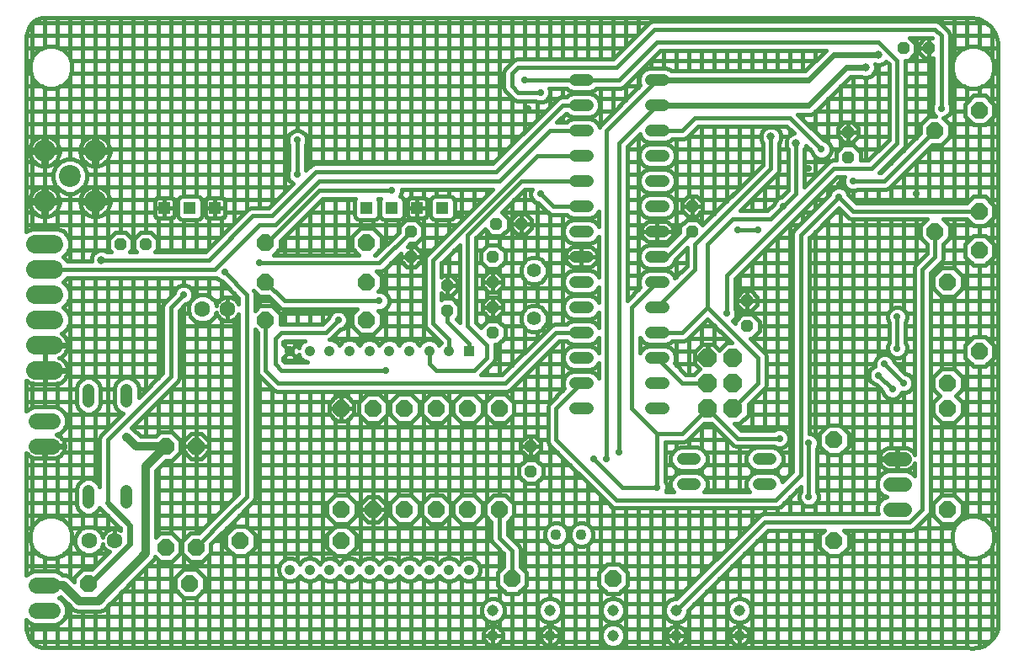
<source format=gbl>
G75*
G70*
%OFA0B0*%
%FSLAX24Y24*%
%IPPOS*%
%LPD*%
%AMOC8*
5,1,8,0,0,1.08239X$1,22.5*
%
%ADD10C,0.0560*%
%ADD11OC8,0.0480*%
%ADD12C,0.0740*%
%ADD13OC8,0.0740*%
%ADD14C,0.0630*%
%ADD15C,0.0480*%
%ADD16R,0.0475X0.0475*%
%ADD17OC8,0.0660*%
%ADD18R,0.0420X0.0420*%
%ADD19C,0.0420*%
%ADD20C,0.0866*%
%ADD21C,0.0450*%
%ADD22C,0.0436*%
%ADD23C,0.0632*%
%ADD24C,0.0554*%
%ADD25C,0.0277*%
%ADD26C,0.0160*%
%ADD27C,0.0316*%
%ADD28C,0.0240*%
%ADD29C,0.0320*%
D10*
X020808Y013733D03*
X020808Y015633D03*
D11*
X019178Y015183D03*
X019178Y014183D03*
X019178Y013183D03*
X017371Y014058D03*
X017371Y015058D03*
X015933Y016183D03*
X015933Y017183D03*
X019308Y017496D03*
X020308Y017496D03*
X019178Y016183D03*
X027058Y017183D03*
X027058Y018183D03*
X029246Y014433D03*
X029246Y013433D03*
X020683Y008683D03*
X020683Y007683D03*
X005433Y016682D03*
X004433Y016682D03*
X033246Y020121D03*
X033246Y021121D03*
X035433Y024433D03*
X036433Y024433D03*
D12*
X001816Y016683D02*
X001076Y016683D01*
X001076Y015683D02*
X001816Y015683D01*
X001816Y014683D02*
X001076Y014683D01*
X001076Y013683D02*
X001816Y013683D01*
X001816Y012683D02*
X001076Y012683D01*
X001076Y011683D02*
X001816Y011683D01*
D13*
X027683Y011183D03*
X028683Y011183D03*
X028683Y012183D03*
X027683Y012183D03*
X027683Y010183D03*
X028683Y010183D03*
D14*
X008683Y014121D03*
X007683Y014121D03*
X004189Y004939D03*
X003189Y004939D03*
D15*
X003167Y006440D02*
X003167Y006920D01*
X004683Y006923D02*
X004683Y006443D01*
X004683Y010443D02*
X004683Y010923D01*
X003167Y010920D02*
X003167Y010440D01*
X022443Y010183D02*
X022923Y010183D01*
X022923Y011183D02*
X022443Y011183D01*
X022443Y012183D02*
X022923Y012183D01*
X022923Y013183D02*
X022443Y013183D01*
X022443Y014183D02*
X022923Y014183D01*
X022923Y015183D02*
X022443Y015183D01*
X022443Y016183D02*
X022923Y016183D01*
X022923Y017183D02*
X022443Y017183D01*
X022443Y018183D02*
X022923Y018183D01*
X022923Y019183D02*
X022443Y019183D01*
X022443Y020183D02*
X022923Y020183D01*
X022923Y021183D02*
X022443Y021183D01*
X022443Y022183D02*
X022923Y022183D01*
X022923Y023183D02*
X022443Y023183D01*
X025443Y023183D02*
X025923Y023183D01*
X025923Y022183D02*
X025443Y022183D01*
X025443Y021183D02*
X025923Y021183D01*
X025923Y020183D02*
X025443Y020183D01*
X025443Y019183D02*
X025923Y019183D01*
X025923Y018183D02*
X025443Y018183D01*
X025443Y017183D02*
X025923Y017183D01*
X025923Y016183D02*
X025443Y016183D01*
X025443Y015183D02*
X025923Y015183D01*
X025923Y014183D02*
X025443Y014183D01*
X025443Y013183D02*
X025923Y013183D01*
X025923Y012183D02*
X025443Y012183D01*
X025443Y011183D02*
X025923Y011183D01*
X025923Y010183D02*
X025443Y010183D01*
X026693Y008183D02*
X027173Y008183D01*
X027173Y007183D02*
X026693Y007183D01*
X029693Y007183D02*
X030173Y007183D01*
X030173Y008183D02*
X029693Y008183D01*
D16*
X017183Y018121D03*
X016183Y018121D03*
X015183Y018121D03*
X014183Y018121D03*
X008183Y018121D03*
X007183Y018121D03*
X006183Y018121D03*
D17*
X010183Y016746D03*
X010183Y015183D03*
X010183Y013683D03*
X014183Y013683D03*
X014183Y015183D03*
X014183Y016746D03*
X014433Y010183D03*
X013183Y010183D03*
X015683Y010183D03*
X016933Y010183D03*
X018183Y010183D03*
X019433Y010183D03*
X019433Y006183D03*
X018183Y006183D03*
X016933Y006183D03*
X015683Y006183D03*
X014433Y006183D03*
X013183Y006183D03*
X013183Y004933D03*
X009183Y004933D03*
X007433Y004683D03*
X006246Y004683D03*
X007183Y003246D03*
X003183Y003246D03*
X006246Y008683D03*
X007433Y008683D03*
X019933Y003433D03*
X023933Y003433D03*
X032683Y004933D03*
X037183Y006183D03*
X032683Y008933D03*
X037183Y010183D03*
X037183Y011183D03*
X038433Y012433D03*
X037183Y015183D03*
X038433Y016433D03*
X036683Y017183D03*
X038433Y017996D03*
X036683Y021183D03*
X038433Y021996D03*
D18*
X018227Y012452D03*
D19*
X017439Y012452D03*
X016652Y012452D03*
X015864Y012452D03*
X015077Y012452D03*
X014290Y012452D03*
X013502Y012452D03*
X012715Y012452D03*
X011927Y012452D03*
X011140Y012452D03*
X011140Y003790D03*
X011927Y003790D03*
X012715Y003790D03*
X013502Y003790D03*
X014290Y003790D03*
X015077Y003790D03*
X015864Y003790D03*
X016652Y003790D03*
X017439Y003790D03*
X018227Y003790D03*
D20*
X003433Y018371D03*
X002433Y019371D03*
X001433Y020371D03*
X003433Y020371D03*
X001433Y018371D03*
D21*
X019183Y002183D03*
X019183Y001183D03*
X021433Y001183D03*
X021433Y002183D03*
X023933Y002183D03*
X023933Y001183D03*
X026433Y001183D03*
X026433Y002183D03*
X028933Y002183D03*
X028933Y001183D03*
D22*
X022683Y005183D03*
X021683Y005183D03*
D23*
X001750Y003183D02*
X001117Y003183D01*
X001117Y002183D02*
X001750Y002183D01*
X001750Y008683D02*
X001117Y008683D01*
X001117Y009683D02*
X001750Y009683D01*
D24*
X034907Y008183D02*
X035460Y008183D01*
X035460Y007183D02*
X034907Y007183D01*
X034907Y006183D02*
X035460Y006183D01*
D25*
X031683Y006683D03*
X031683Y008808D03*
X030526Y008996D03*
X034433Y011496D03*
X034683Y011933D03*
X035183Y012558D03*
X035183Y013808D03*
X035433Y011183D03*
X034996Y010933D03*
X028433Y013933D03*
X028871Y017246D03*
X029683Y017246D03*
X030683Y018183D03*
X031683Y019683D03*
X032183Y020433D03*
X032902Y019058D03*
X033433Y019183D03*
X032871Y018558D03*
X033652Y018371D03*
X035933Y018683D03*
X036933Y022058D03*
X021058Y022683D03*
X020558Y022058D03*
X020433Y023183D03*
X015183Y018808D03*
X017808Y017808D03*
X021058Y018683D03*
X014683Y014433D03*
X013058Y013683D03*
X014933Y011683D03*
X009933Y015933D03*
X008558Y015590D03*
X006933Y014683D03*
X011433Y019433D03*
X011433Y020808D03*
X004683Y009058D03*
X023183Y008183D03*
X023683Y008183D03*
X024183Y008433D03*
X025683Y007058D03*
D26*
X001106Y000792D02*
X000924Y000924D01*
X000792Y001106D01*
X000722Y001321D01*
X000713Y001433D01*
X000713Y001801D01*
X000802Y001712D01*
X001006Y001627D01*
X001860Y001627D01*
X002065Y001712D01*
X002221Y001868D01*
X002306Y002073D01*
X002306Y002294D01*
X002221Y002498D01*
X002065Y002655D01*
X001996Y002683D01*
X002065Y002712D01*
X002077Y002724D01*
X002469Y002332D01*
X002582Y002219D01*
X002729Y002158D01*
X003479Y002158D01*
X003638Y002158D01*
X003785Y002219D01*
X005772Y004207D01*
X005815Y004309D01*
X006010Y004113D01*
X006482Y004113D01*
X006816Y004447D01*
X006816Y004919D01*
X006482Y005253D01*
X006010Y005253D01*
X005833Y005077D01*
X005833Y007705D01*
X006242Y008113D01*
X006482Y008113D01*
X006816Y008447D01*
X006816Y008919D01*
X006482Y009253D01*
X006010Y009253D01*
X005840Y009083D01*
X005224Y009083D01*
X004910Y009397D01*
X004868Y009415D01*
X006705Y011252D01*
X006753Y011370D01*
X006753Y011497D01*
X006753Y014051D01*
X007008Y014305D01*
X007009Y014305D01*
X007148Y014363D01*
X007208Y014422D01*
X007128Y014231D01*
X007128Y014010D01*
X007213Y013806D01*
X007369Y013650D01*
X007573Y013566D01*
X007794Y013566D01*
X007998Y013650D01*
X008154Y013806D01*
X008228Y013985D01*
X008243Y013939D01*
X008277Y013872D01*
X008321Y013811D01*
X008374Y013759D01*
X008434Y013715D01*
X008501Y013681D01*
X008572Y013658D01*
X008646Y013646D01*
X008683Y013646D01*
X008683Y014120D01*
X008684Y014120D01*
X008684Y013646D01*
X008721Y013646D01*
X008795Y013658D01*
X008866Y013681D01*
X008932Y013715D01*
X008993Y013759D01*
X009046Y013811D01*
X009090Y013872D01*
X009113Y013919D01*
X009113Y006816D01*
X008412Y006115D01*
X008412Y006115D01*
X007551Y005253D01*
X007197Y005253D01*
X006863Y004919D01*
X006863Y004447D01*
X007197Y004113D01*
X007669Y004113D01*
X008003Y004447D01*
X008003Y004801D01*
X008865Y005662D01*
X008955Y005752D01*
X009615Y006412D01*
X009705Y006502D01*
X009753Y006620D01*
X009753Y013307D01*
X009863Y013197D01*
X009863Y011747D01*
X009863Y011620D01*
X009912Y011502D01*
X010502Y010912D01*
X010620Y010863D01*
X010747Y010863D01*
X019747Y010863D01*
X019865Y010912D01*
X019955Y011002D01*
X021816Y012863D01*
X022085Y012863D01*
X022171Y012776D01*
X022348Y012703D01*
X023019Y012703D01*
X023195Y012776D01*
X023330Y012911D01*
X023363Y012991D01*
X023363Y012375D01*
X023330Y012455D01*
X023195Y012590D01*
X023019Y012663D01*
X022348Y012663D01*
X022171Y012590D01*
X022036Y012455D01*
X021963Y012279D01*
X021963Y012088D01*
X022036Y011911D01*
X022171Y011776D01*
X022348Y011703D01*
X023019Y011703D01*
X023195Y011776D01*
X023330Y011911D01*
X023363Y011991D01*
X023363Y011375D01*
X023330Y011455D01*
X023195Y011590D01*
X023019Y011663D01*
X022348Y011663D01*
X022171Y011590D01*
X022036Y011455D01*
X021963Y011279D01*
X021963Y011088D01*
X022014Y010966D01*
X021412Y010365D01*
X021363Y010247D01*
X021363Y010120D01*
X021363Y008997D01*
X021363Y008870D01*
X021412Y008752D01*
X023787Y006377D01*
X023877Y006287D01*
X023995Y006238D01*
X030307Y006238D01*
X030435Y006238D01*
X030552Y006287D01*
X031363Y007098D01*
X031363Y006899D01*
X031363Y006898D01*
X031305Y006759D01*
X031305Y006608D01*
X031363Y006469D01*
X031469Y006363D01*
X031608Y006305D01*
X031759Y006305D01*
X031898Y006363D01*
X032004Y006469D01*
X032062Y006608D01*
X032062Y006759D01*
X032004Y006898D01*
X032003Y006899D01*
X032003Y008593D01*
X032004Y008594D01*
X032062Y008733D01*
X032062Y008884D01*
X032004Y009023D01*
X031898Y009129D01*
X031759Y009187D01*
X031691Y009187D01*
X031691Y016926D01*
X032871Y018106D01*
X033252Y017725D01*
X033370Y017676D01*
X033497Y017676D01*
X036370Y017676D01*
X036113Y017419D01*
X036113Y016947D01*
X036363Y016697D01*
X036363Y016316D01*
X036002Y015955D01*
X035912Y015865D01*
X035863Y015747D01*
X035863Y008354D01*
X035834Y008412D01*
X035793Y008468D01*
X035745Y008517D01*
X035689Y008557D01*
X035628Y008588D01*
X035563Y008609D01*
X035495Y008620D01*
X035202Y008620D01*
X035202Y008202D01*
X035165Y008202D01*
X035165Y008620D01*
X034872Y008620D01*
X034804Y008609D01*
X034739Y008588D01*
X034678Y008557D01*
X034622Y008517D01*
X034573Y008468D01*
X034533Y008412D01*
X034502Y008351D01*
X034480Y008286D01*
X034470Y008218D01*
X034470Y008202D01*
X035165Y008202D01*
X035165Y008165D01*
X035202Y008165D01*
X035202Y007747D01*
X035495Y007747D01*
X035563Y007757D01*
X035628Y007779D01*
X035689Y007810D01*
X035745Y007850D01*
X035793Y007899D01*
X035834Y007954D01*
X035863Y008012D01*
X035863Y007511D01*
X035753Y007622D01*
X035563Y007700D01*
X034804Y007700D01*
X034614Y007622D01*
X034468Y007476D01*
X034390Y007286D01*
X034390Y007081D01*
X034468Y006891D01*
X034614Y006745D01*
X034763Y006683D01*
X034614Y006622D01*
X034468Y006476D01*
X034390Y006286D01*
X034390Y006081D01*
X034422Y006003D01*
X030747Y006003D01*
X029997Y006003D01*
X029870Y006003D01*
X029752Y005955D01*
X026446Y002648D01*
X026341Y002648D01*
X026170Y002578D01*
X026039Y002447D01*
X025968Y002276D01*
X025968Y002091D01*
X026039Y001920D01*
X026170Y001789D01*
X026341Y001718D01*
X026526Y001718D01*
X026697Y001789D01*
X026828Y001920D01*
X026898Y002091D01*
X026898Y002196D01*
X030066Y005363D01*
X030747Y005363D01*
X032307Y005363D01*
X032113Y005169D01*
X032113Y004697D01*
X032447Y004363D01*
X032919Y004363D01*
X033253Y004697D01*
X033253Y005169D01*
X033059Y005363D01*
X035747Y005363D01*
X035865Y005412D01*
X035955Y005502D01*
X036365Y005912D01*
X036455Y006002D01*
X036503Y006120D01*
X036503Y015551D01*
X036865Y015912D01*
X036955Y016002D01*
X037003Y016120D01*
X037003Y016697D01*
X037253Y016947D01*
X037253Y017419D01*
X036997Y017676D01*
X037947Y017676D01*
X038197Y017426D01*
X038669Y017426D01*
X039003Y017760D01*
X039003Y018232D01*
X038669Y018566D01*
X038197Y018566D01*
X037947Y018316D01*
X033566Y018316D01*
X033249Y018633D01*
X033249Y018634D01*
X033192Y018773D01*
X033085Y018879D01*
X032946Y018937D01*
X032796Y018937D01*
X032657Y018879D01*
X032550Y018773D01*
X032492Y018634D01*
X032492Y018633D01*
X031100Y017240D01*
X031051Y017122D01*
X031051Y016995D01*
X031051Y007691D01*
X030649Y007289D01*
X030580Y007455D01*
X030445Y007590D01*
X030269Y007663D01*
X029598Y007663D01*
X029421Y007590D01*
X029286Y007455D01*
X029213Y007279D01*
X029213Y007088D01*
X029286Y006911D01*
X029320Y006878D01*
X027547Y006878D01*
X027580Y006911D01*
X027653Y007088D01*
X027653Y007279D01*
X027580Y007455D01*
X027445Y007590D01*
X027269Y007663D01*
X026598Y007663D01*
X026421Y007590D01*
X026286Y007455D01*
X026213Y007279D01*
X026213Y007088D01*
X026286Y006911D01*
X026320Y006878D01*
X026018Y006878D01*
X026062Y006983D01*
X026062Y007134D01*
X026004Y007273D01*
X026003Y007274D01*
X026003Y008863D01*
X026747Y008863D01*
X026865Y008912D01*
X026955Y009002D01*
X027526Y009573D01*
X027841Y009573D01*
X028689Y008725D01*
X028807Y008676D01*
X028934Y008676D01*
X030245Y008676D01*
X030311Y008676D01*
X030312Y008675D01*
X030451Y008617D01*
X030601Y008617D01*
X030740Y008675D01*
X030847Y008782D01*
X030904Y008921D01*
X030904Y009071D01*
X030847Y009210D01*
X030740Y009317D01*
X030601Y009374D01*
X030451Y009374D01*
X030312Y009317D01*
X030311Y009316D01*
X030245Y009316D01*
X029003Y009316D01*
X028746Y009573D01*
X028936Y009573D01*
X029293Y009931D01*
X029293Y010341D01*
X029955Y011002D01*
X030003Y011120D01*
X030003Y011247D01*
X030003Y012247D01*
X029955Y012365D01*
X029865Y012455D01*
X029366Y012953D01*
X029445Y012953D01*
X029726Y013235D01*
X029726Y013632D01*
X029445Y013913D01*
X029047Y013913D01*
X028766Y013632D01*
X028766Y013553D01*
X028677Y013642D01*
X028754Y013719D01*
X028812Y013858D01*
X028812Y014009D01*
X028754Y014148D01*
X028753Y014149D01*
X028753Y015301D01*
X032816Y019363D01*
X033098Y019363D01*
X033055Y019259D01*
X033055Y019108D01*
X033113Y018969D01*
X033219Y018863D01*
X033358Y018805D01*
X033509Y018805D01*
X033648Y018863D01*
X033649Y018863D01*
X034620Y018863D01*
X034747Y018863D01*
X034865Y018912D01*
X036566Y020613D01*
X036919Y020613D01*
X037253Y020947D01*
X037253Y021419D01*
X036993Y021680D01*
X037009Y021680D01*
X037148Y021738D01*
X037254Y021844D01*
X037312Y021983D01*
X037312Y022134D01*
X037254Y022273D01*
X037253Y022274D01*
X037253Y024997D01*
X037205Y025115D01*
X037115Y025205D01*
X036865Y025455D01*
X036747Y025503D01*
X036620Y025503D01*
X025622Y025503D01*
X025495Y025503D01*
X025377Y025455D01*
X023926Y024003D01*
X020120Y024003D01*
X020002Y023955D01*
X019912Y023865D01*
X019662Y023615D01*
X019613Y023497D01*
X019613Y023370D01*
X019613Y022870D01*
X019662Y022752D01*
X019752Y022662D01*
X020002Y022412D01*
X020120Y022363D01*
X020247Y022363D01*
X020843Y022363D01*
X020844Y022363D01*
X020983Y022305D01*
X021134Y022305D01*
X021273Y022363D01*
X021379Y022469D01*
X021437Y022608D01*
X021437Y022759D01*
X021393Y022863D01*
X022085Y022863D01*
X022171Y022776D01*
X022348Y022703D01*
X023019Y022703D01*
X023195Y022776D01*
X023282Y022863D01*
X024247Y022863D01*
X024365Y022912D01*
X024455Y023002D01*
X025816Y024363D01*
X032354Y024363D01*
X031534Y023543D01*
X026242Y023543D01*
X026195Y023590D01*
X026019Y023663D01*
X025348Y023663D01*
X025171Y023590D01*
X025036Y023455D01*
X024963Y023279D01*
X024963Y023088D01*
X025014Y022966D01*
X023412Y021365D01*
X023390Y021311D01*
X023330Y021455D01*
X023195Y021590D01*
X023019Y021663D01*
X022348Y021663D01*
X022171Y021590D01*
X022085Y021503D01*
X021706Y021503D01*
X022066Y021863D01*
X022085Y021863D01*
X022171Y021776D01*
X022348Y021703D01*
X023019Y021703D01*
X023195Y021776D01*
X023330Y021911D01*
X023403Y022088D01*
X023403Y022279D01*
X023330Y022455D01*
X023195Y022590D01*
X023019Y022663D01*
X022348Y022663D01*
X022171Y022590D01*
X022085Y022503D01*
X021870Y022503D01*
X021752Y022455D01*
X021662Y022365D01*
X019176Y019878D01*
X012120Y019878D01*
X012002Y019830D01*
X011912Y019740D01*
X011774Y019601D01*
X011754Y019648D01*
X011753Y019649D01*
X011753Y020593D01*
X011754Y020594D01*
X011812Y020733D01*
X011812Y020884D01*
X011754Y021023D01*
X011648Y021129D01*
X011509Y021187D01*
X011358Y021187D01*
X011219Y021129D01*
X011113Y021023D01*
X011055Y020884D01*
X011055Y020733D01*
X011113Y020594D01*
X011113Y020593D01*
X011113Y019649D01*
X011113Y019648D01*
X011055Y019509D01*
X011055Y019358D01*
X011113Y019219D01*
X011219Y019113D01*
X011266Y019093D01*
X010301Y018128D01*
X009747Y018128D01*
X009620Y018128D01*
X009502Y018080D01*
X007801Y016378D01*
X005809Y016378D01*
X005913Y016483D01*
X005913Y016880D01*
X005632Y017162D01*
X005234Y017162D01*
X004953Y016880D01*
X004953Y016483D01*
X005058Y016378D01*
X004809Y016378D01*
X004913Y016483D01*
X004913Y016880D01*
X004632Y017162D01*
X004234Y017162D01*
X003953Y016880D01*
X003953Y016483D01*
X004058Y016378D01*
X003926Y016378D01*
X003909Y016396D01*
X003763Y016456D01*
X003604Y016456D01*
X003458Y016396D01*
X003346Y016284D01*
X003285Y016138D01*
X003285Y016003D01*
X002343Y016003D01*
X002333Y016029D01*
X002178Y016183D01*
X002333Y016338D01*
X002426Y016562D01*
X002426Y016805D01*
X002333Y017029D01*
X002161Y017200D01*
X001937Y017293D01*
X000954Y017293D01*
X000730Y017200D01*
X000713Y017184D01*
X000713Y024933D01*
X024856Y024933D01*
X024933Y025011D02*
X024933Y025653D01*
X025356Y025433D02*
X000918Y025433D01*
X000924Y025442D02*
X001106Y025575D01*
X001321Y025645D01*
X001433Y025653D01*
X001433Y024479D01*
X001518Y024515D02*
X001213Y024388D01*
X000979Y024154D01*
X000852Y023849D01*
X000852Y023518D01*
X000979Y023213D01*
X001213Y022979D01*
X001518Y022852D01*
X001849Y022852D01*
X002154Y022979D01*
X002388Y023213D01*
X002515Y023518D01*
X002515Y023849D01*
X002388Y024154D01*
X002154Y024388D01*
X001849Y024515D01*
X001518Y024515D01*
X001322Y024433D02*
X000713Y024433D01*
X000713Y024933D02*
X000722Y025046D01*
X000792Y025260D01*
X000924Y025442D01*
X000933Y025449D02*
X000933Y024045D01*
X000887Y023933D02*
X000713Y023933D01*
X000713Y023433D02*
X000887Y023433D01*
X000933Y023322D02*
X000933Y020692D01*
X000926Y020682D02*
X000884Y020599D01*
X000855Y020510D01*
X000844Y020439D01*
X001365Y020439D01*
X001365Y020303D01*
X000844Y020303D01*
X000855Y020232D01*
X000884Y020143D01*
X000926Y020060D01*
X000981Y019984D01*
X001047Y019919D01*
X001123Y019864D01*
X001206Y019821D01*
X001294Y019792D01*
X001366Y019781D01*
X001366Y020303D01*
X001501Y020303D01*
X001501Y019781D01*
X001572Y019792D01*
X001661Y019821D01*
X001744Y019864D01*
X001820Y019919D01*
X001886Y019984D01*
X001941Y020060D01*
X001983Y020143D01*
X002012Y020232D01*
X002023Y020303D01*
X001501Y020303D01*
X001501Y020439D01*
X001366Y020439D01*
X001366Y020961D01*
X001294Y020949D01*
X001206Y020920D01*
X001123Y020878D01*
X001047Y020823D01*
X000981Y020757D01*
X000926Y020682D01*
X000933Y020439D02*
X000933Y020303D01*
X000933Y020050D02*
X000933Y018692D01*
X000926Y018682D02*
X000884Y018599D01*
X000855Y018510D01*
X000844Y018439D01*
X001365Y018439D01*
X001365Y018303D01*
X000844Y018303D01*
X000855Y018232D01*
X000884Y018143D01*
X000926Y018060D01*
X000981Y017984D01*
X001047Y017919D01*
X001123Y017864D01*
X001206Y017821D01*
X001294Y017792D01*
X001366Y017781D01*
X001366Y018303D01*
X001501Y018303D01*
X001501Y017781D01*
X001572Y017792D01*
X001661Y017821D01*
X001744Y017864D01*
X001820Y017919D01*
X001886Y017984D01*
X001941Y018060D01*
X001983Y018143D01*
X002012Y018232D01*
X002023Y018303D01*
X001501Y018303D01*
X001501Y018439D01*
X001366Y018439D01*
X001366Y018961D01*
X001294Y018949D01*
X001206Y018920D01*
X001123Y018878D01*
X001047Y018823D01*
X000981Y018757D01*
X000926Y018682D01*
X000933Y018439D02*
X000933Y018303D01*
X000933Y018050D02*
X000933Y017285D01*
X000713Y017433D02*
X008856Y017433D01*
X008933Y017511D02*
X008933Y025653D01*
X008433Y025653D02*
X008433Y018518D01*
X008442Y018518D02*
X008184Y018518D01*
X008184Y018121D01*
X008581Y018121D01*
X008581Y018379D01*
X008570Y018420D01*
X008549Y018457D01*
X008519Y018486D01*
X008483Y018507D01*
X008442Y018518D01*
X008562Y018433D02*
X010606Y018433D01*
X010433Y018261D02*
X010433Y025653D01*
X010933Y025653D02*
X010933Y018761D01*
X011106Y018933D02*
X003621Y018933D01*
X003661Y018920D02*
X003572Y018949D01*
X003501Y018961D01*
X003501Y018439D01*
X003366Y018439D01*
X003366Y018961D01*
X003294Y018949D01*
X003206Y018920D01*
X003123Y018878D01*
X003047Y018823D01*
X002981Y018757D01*
X002926Y018682D01*
X002884Y018599D01*
X002855Y018510D01*
X002844Y018439D01*
X003365Y018439D01*
X003365Y018303D01*
X002844Y018303D01*
X002855Y018232D01*
X002884Y018143D01*
X002926Y018060D01*
X002981Y017984D01*
X003047Y017919D01*
X003123Y017864D01*
X003206Y017821D01*
X003294Y017792D01*
X003366Y017781D01*
X003366Y018303D01*
X003501Y018303D01*
X003501Y017781D01*
X003572Y017792D01*
X003661Y017821D01*
X003744Y017864D01*
X003820Y017919D01*
X003886Y017984D01*
X003941Y018060D01*
X003983Y018143D01*
X004012Y018232D01*
X004023Y018303D01*
X003501Y018303D01*
X003501Y018439D01*
X004023Y018439D01*
X004012Y018510D01*
X003983Y018599D01*
X003941Y018682D01*
X003886Y018757D01*
X003820Y018823D01*
X003744Y018878D01*
X003661Y018920D01*
X003501Y018933D02*
X003366Y018933D01*
X003246Y018933D02*
X002948Y018933D01*
X002933Y018919D02*
X002933Y018692D01*
X002815Y018800D02*
X003004Y018990D01*
X003106Y019237D01*
X003106Y019505D01*
X003004Y019752D01*
X002815Y019941D01*
X002567Y020044D01*
X002299Y020044D01*
X002052Y019941D01*
X001863Y019752D01*
X001760Y019505D01*
X001760Y019237D01*
X001863Y018990D01*
X002052Y018800D01*
X002299Y018698D01*
X002567Y018698D01*
X002815Y018800D01*
X002433Y018698D02*
X002433Y016003D01*
X002372Y016433D02*
X003549Y016433D01*
X003433Y016371D02*
X003433Y018303D01*
X003433Y018439D02*
X003433Y020303D01*
X003366Y020303D02*
X003501Y020303D01*
X003501Y019781D01*
X003572Y019792D01*
X003661Y019821D01*
X003744Y019864D01*
X003820Y019919D01*
X003886Y019984D01*
X003941Y020060D01*
X003983Y020143D01*
X004012Y020232D01*
X004023Y020303D01*
X003501Y020303D01*
X003501Y020439D01*
X003366Y020439D01*
X003366Y020961D01*
X003294Y020949D01*
X003206Y020920D01*
X003123Y020878D01*
X003047Y020823D01*
X002981Y020757D01*
X002926Y020682D01*
X002884Y020599D01*
X002855Y020510D01*
X002844Y020439D01*
X003365Y020439D01*
X003365Y020303D01*
X002844Y020303D01*
X002855Y020232D01*
X002884Y020143D01*
X002926Y020060D01*
X002981Y019984D01*
X003047Y019919D01*
X003123Y019864D01*
X003206Y019821D01*
X003294Y019792D01*
X003366Y019781D01*
X003366Y020303D01*
X003365Y020433D02*
X001501Y020433D01*
X001501Y020439D02*
X002023Y020439D01*
X002012Y020510D01*
X001983Y020599D01*
X001941Y020682D01*
X001886Y020757D01*
X001820Y020823D01*
X001744Y020878D01*
X001661Y020920D01*
X001572Y020949D01*
X001501Y020961D01*
X001501Y020439D01*
X001433Y020439D02*
X001433Y022887D01*
X001322Y022933D02*
X000713Y022933D01*
X000713Y022433D02*
X019981Y022433D01*
X019933Y022481D02*
X019933Y020636D01*
X019731Y020433D02*
X011753Y020433D01*
X011433Y020808D02*
X011433Y019433D01*
X011055Y019433D02*
X003106Y019433D01*
X002933Y019823D02*
X002933Y020050D01*
X003032Y019933D02*
X002823Y019933D01*
X002933Y020303D02*
X002933Y020439D01*
X002933Y020692D02*
X002933Y025653D01*
X002433Y025653D02*
X002433Y024045D01*
X002479Y023933D02*
X019981Y023933D01*
X019933Y023886D02*
X019933Y025653D01*
X019433Y025653D02*
X019433Y020136D01*
X019231Y019933D02*
X011753Y019933D01*
X011933Y019761D02*
X011933Y025653D01*
X011433Y025653D02*
X011433Y021187D01*
X011076Y020933D02*
X003621Y020933D01*
X003661Y020920D02*
X003572Y020949D01*
X003501Y020961D01*
X003501Y020439D01*
X004023Y020439D01*
X004012Y020510D01*
X003983Y020599D01*
X003941Y020682D01*
X003886Y020757D01*
X003820Y020823D01*
X003744Y020878D01*
X003661Y020920D01*
X003501Y020933D02*
X003366Y020933D01*
X003246Y020933D02*
X001621Y020933D01*
X001501Y020933D02*
X001366Y020933D01*
X001246Y020933D02*
X000713Y020933D01*
X000713Y020433D02*
X001365Y020433D01*
X001433Y020303D02*
X001433Y018439D01*
X001365Y018433D02*
X000713Y018433D01*
X000713Y017933D02*
X001032Y017933D01*
X001366Y017933D02*
X001501Y017933D01*
X001835Y017933D02*
X003032Y017933D01*
X002933Y018050D02*
X002933Y016003D01*
X003683Y016058D02*
X007933Y016058D01*
X009683Y017808D01*
X010433Y017808D01*
X012183Y019558D01*
X019308Y019558D01*
X021933Y022183D01*
X022683Y022183D01*
X022433Y021703D02*
X022433Y021663D01*
X022933Y021663D02*
X022933Y021703D01*
X023339Y021933D02*
X023981Y021933D01*
X023933Y021886D02*
X023933Y022863D01*
X024183Y023183D02*
X022683Y023183D01*
X020433Y023183D01*
X020183Y022683D02*
X019933Y022933D01*
X019933Y023433D01*
X020183Y023683D01*
X024058Y023683D01*
X025558Y025183D01*
X036683Y025183D01*
X036933Y024933D01*
X036933Y022058D01*
X036576Y021933D02*
X035503Y021933D01*
X035503Y021433D02*
X036127Y021433D01*
X036113Y021419D02*
X036113Y021066D01*
X034551Y019503D01*
X034456Y019503D01*
X035365Y020412D01*
X035455Y020502D01*
X035503Y020620D01*
X035503Y023953D01*
X035632Y023953D01*
X035913Y024235D01*
X035913Y024632D01*
X035682Y024863D01*
X036551Y024863D01*
X036581Y024833D01*
X036434Y024833D01*
X036434Y024434D01*
X036433Y024434D01*
X036433Y024833D01*
X036268Y024833D01*
X036033Y024599D01*
X036033Y024434D01*
X036433Y024434D01*
X036433Y024863D01*
X036433Y024434D02*
X036433Y024433D01*
X036033Y024433D01*
X036033Y024268D01*
X036268Y024033D01*
X036433Y024033D01*
X036433Y024433D01*
X036434Y024433D01*
X036434Y024033D01*
X036599Y024033D01*
X036613Y024048D01*
X036613Y022274D01*
X036613Y022273D01*
X036555Y022134D01*
X036555Y021983D01*
X036613Y021844D01*
X036703Y021753D01*
X036447Y021753D01*
X036113Y021419D01*
X035981Y020933D02*
X035503Y020933D01*
X035183Y020683D02*
X035183Y023933D01*
X034433Y024683D01*
X025683Y024683D01*
X024183Y023183D01*
X024386Y022933D02*
X024981Y022933D01*
X024933Y022886D02*
X024933Y023481D01*
X024886Y023433D02*
X025027Y023433D01*
X025433Y023663D02*
X025433Y023981D01*
X025386Y023933D02*
X031924Y023933D01*
X031933Y023942D02*
X031933Y024363D01*
X031433Y024363D02*
X031433Y023543D01*
X030933Y023543D02*
X030933Y024363D01*
X030433Y024363D02*
X030433Y023543D01*
X029933Y023543D02*
X029933Y024363D01*
X029433Y024363D02*
X029433Y023543D01*
X028933Y023543D02*
X028933Y024363D01*
X028433Y024363D02*
X028433Y023543D01*
X027933Y023543D02*
X027933Y024363D01*
X027433Y024363D02*
X027433Y023543D01*
X026933Y023543D02*
X026933Y024363D01*
X026433Y024363D02*
X026433Y023543D01*
X025933Y023663D02*
X025933Y024363D01*
X025683Y023183D02*
X023683Y021183D01*
X023683Y008183D01*
X023183Y008183D02*
X024308Y007058D01*
X025683Y007058D01*
X025683Y009183D01*
X024683Y010183D01*
X024683Y010683D01*
X024683Y014183D01*
X025683Y015183D01*
X025433Y015663D02*
X025433Y015703D01*
X025348Y015703D02*
X026019Y015703D01*
X026195Y015776D01*
X026330Y015911D01*
X026395Y016067D01*
X026863Y016536D01*
X026863Y015816D01*
X026381Y015333D01*
X026330Y015455D01*
X026195Y015590D01*
X026019Y015663D01*
X025348Y015663D01*
X025171Y015590D01*
X025036Y015455D01*
X024963Y015279D01*
X024963Y015088D01*
X025014Y014966D01*
X024503Y014456D01*
X024503Y020551D01*
X024986Y021033D01*
X025036Y020911D01*
X025171Y020776D01*
X025348Y020703D01*
X026019Y020703D01*
X026195Y020776D01*
X026282Y020863D01*
X026620Y020863D01*
X026747Y020863D01*
X026865Y020912D01*
X027316Y021363D01*
X030801Y021363D01*
X031089Y021075D01*
X030958Y021021D01*
X030846Y020909D01*
X030785Y020763D01*
X030785Y020604D01*
X030846Y020458D01*
X030863Y020440D01*
X030863Y018816D01*
X030609Y018562D01*
X030608Y018562D01*
X030469Y018504D01*
X030363Y018398D01*
X030305Y018259D01*
X030305Y018258D01*
X030051Y018003D01*
X028956Y018003D01*
X030365Y019412D01*
X030455Y019502D01*
X030503Y019620D01*
X030503Y020690D01*
X030521Y020708D01*
X030581Y020854D01*
X030581Y021013D01*
X030521Y021159D01*
X030409Y021271D01*
X030263Y021331D01*
X030104Y021331D01*
X029958Y021271D01*
X029846Y021159D01*
X029785Y021013D01*
X029785Y020854D01*
X029846Y020708D01*
X029863Y020690D01*
X029863Y019816D01*
X027484Y017437D01*
X027257Y017663D01*
X026860Y017663D01*
X026578Y017382D01*
X026578Y017156D01*
X026066Y016644D01*
X026019Y016663D01*
X025348Y016663D01*
X025171Y016590D01*
X025036Y016455D01*
X024963Y016279D01*
X024963Y016088D01*
X025036Y015911D01*
X025171Y015776D01*
X025348Y015703D01*
X025027Y015933D02*
X024503Y015933D01*
X024503Y015433D02*
X025027Y015433D01*
X024981Y014933D02*
X024503Y014933D01*
X024933Y014886D02*
X024933Y020981D01*
X024886Y020933D02*
X025027Y020933D01*
X025171Y020590D02*
X025348Y020663D01*
X026019Y020663D01*
X026195Y020590D01*
X026330Y020455D01*
X026403Y020279D01*
X026403Y020088D01*
X026330Y019911D01*
X026195Y019776D01*
X026019Y019703D01*
X025348Y019703D01*
X025171Y019776D01*
X025036Y019911D01*
X024963Y020088D01*
X024963Y020279D01*
X025036Y020455D01*
X025171Y020590D01*
X025027Y020433D02*
X024503Y020433D01*
X024183Y020683D02*
X025683Y022183D01*
X025683Y021183D02*
X026683Y021183D01*
X027183Y021683D01*
X030933Y021683D01*
X032183Y020433D01*
X031933Y020148D02*
X031933Y019386D01*
X031981Y019433D02*
X031503Y019433D01*
X031503Y018956D02*
X031503Y020440D01*
X031521Y020458D01*
X031575Y020589D01*
X031805Y020359D01*
X031805Y020358D01*
X031863Y020219D01*
X031969Y020113D01*
X032108Y020055D01*
X032259Y020055D01*
X032398Y020113D01*
X032504Y020219D01*
X032562Y020358D01*
X032562Y020509D01*
X032504Y020648D01*
X032398Y020754D01*
X032259Y020812D01*
X032258Y020812D01*
X031246Y021823D01*
X031755Y021823D01*
X031887Y021878D01*
X031989Y021979D01*
X033332Y023323D01*
X033762Y023323D01*
X033854Y023285D01*
X034013Y023285D01*
X034159Y023346D01*
X034271Y023458D01*
X034331Y023604D01*
X034331Y023763D01*
X034315Y023801D01*
X034354Y023785D01*
X034513Y023785D01*
X034659Y023846D01*
X034739Y023926D01*
X034863Y023801D01*
X034863Y020816D01*
X034051Y020003D01*
X033726Y020003D01*
X033726Y020320D01*
X033445Y020601D01*
X033047Y020601D01*
X032766Y020320D01*
X032766Y020003D01*
X032620Y020003D01*
X032502Y019955D01*
X032412Y019865D01*
X032412Y019865D01*
X031503Y018956D01*
X031183Y018683D02*
X031183Y020683D01*
X030870Y020933D02*
X030581Y020933D01*
X030433Y021246D02*
X030433Y021363D01*
X030183Y020933D02*
X030183Y019683D01*
X027183Y016683D01*
X027183Y015683D01*
X025683Y014183D01*
X025683Y013183D02*
X026683Y013183D01*
X027683Y014183D01*
X027683Y016683D01*
X028683Y017683D01*
X030183Y017683D01*
X030683Y018183D01*
X031183Y018683D01*
X030863Y018933D02*
X029886Y018933D01*
X029933Y018981D02*
X029933Y018003D01*
X030398Y018433D02*
X029386Y018433D01*
X029433Y018481D02*
X029433Y018003D01*
X028481Y018433D02*
X027374Y018433D01*
X027433Y018374D02*
X027433Y021363D01*
X026933Y020981D02*
X026933Y018583D01*
X026893Y018583D02*
X026658Y018349D01*
X026658Y018184D01*
X027058Y018184D01*
X027058Y018583D01*
X026893Y018583D01*
X027059Y018583D02*
X027059Y018184D01*
X027058Y018184D01*
X027058Y018183D01*
X026658Y018183D01*
X026658Y018018D01*
X026893Y017783D01*
X027058Y017783D01*
X027058Y018183D01*
X027059Y018183D01*
X027059Y018184D01*
X027458Y018184D01*
X027458Y018349D01*
X027224Y018583D01*
X027059Y018583D01*
X027058Y018433D02*
X027059Y018433D01*
X027059Y018183D02*
X027458Y018183D01*
X027458Y018018D01*
X027224Y017783D01*
X027059Y017783D01*
X027059Y018183D01*
X026933Y018183D02*
X026933Y018184D01*
X027058Y017933D02*
X027059Y017933D01*
X026933Y017783D02*
X026933Y017663D01*
X026743Y017933D02*
X026339Y017933D01*
X026330Y017911D02*
X026403Y018088D01*
X026403Y018279D01*
X026330Y018455D01*
X026195Y018590D01*
X026019Y018663D01*
X025348Y018663D01*
X025171Y018590D01*
X025036Y018455D01*
X024963Y018279D01*
X024963Y018088D01*
X025036Y017911D01*
X025171Y017776D01*
X025348Y017703D01*
X026019Y017703D01*
X026195Y017776D01*
X026330Y017911D01*
X025933Y017703D02*
X025933Y017583D01*
X025963Y017583D02*
X025684Y017583D01*
X025684Y017184D01*
X025683Y017184D01*
X025683Y017583D01*
X025404Y017583D01*
X025327Y017568D01*
X025254Y017538D01*
X025188Y017494D01*
X025133Y017438D01*
X025089Y017373D01*
X025059Y017300D01*
X025043Y017223D01*
X025043Y017184D01*
X025683Y017184D01*
X025683Y017183D01*
X025684Y017183D01*
X025684Y017184D01*
X026323Y017184D01*
X026323Y017223D01*
X026308Y017300D01*
X026278Y017373D01*
X026234Y017438D01*
X026178Y017494D01*
X026113Y017538D01*
X026040Y017568D01*
X025963Y017583D01*
X026237Y017433D02*
X026630Y017433D01*
X026323Y017183D02*
X025684Y017183D01*
X025684Y016783D01*
X025963Y016783D01*
X026040Y016799D01*
X026113Y016829D01*
X026178Y016873D01*
X026234Y016928D01*
X026278Y016994D01*
X026308Y017067D01*
X026323Y017144D01*
X026323Y017183D01*
X026433Y017011D02*
X026433Y020863D01*
X026339Y020433D02*
X029863Y020433D01*
X029863Y019933D02*
X026339Y019933D01*
X026195Y019590D02*
X026019Y019663D01*
X025348Y019663D01*
X025171Y019590D01*
X025036Y019455D01*
X024963Y019279D01*
X024963Y019088D01*
X025036Y018911D01*
X025171Y018776D01*
X025348Y018703D01*
X026019Y018703D01*
X026195Y018776D01*
X026330Y018911D01*
X026403Y019088D01*
X026403Y019279D01*
X026330Y019455D01*
X026195Y019590D01*
X026339Y019433D02*
X029481Y019433D01*
X029433Y019386D02*
X029433Y021363D01*
X028933Y021363D02*
X028933Y018886D01*
X028981Y018933D02*
X026339Y018933D01*
X025933Y018703D02*
X025933Y018663D01*
X026339Y018433D02*
X026743Y018433D01*
X027433Y018183D02*
X027433Y018184D01*
X027433Y017993D02*
X027433Y017487D01*
X027058Y017183D02*
X026058Y016183D01*
X025683Y016183D01*
X025933Y015703D02*
X025933Y015663D01*
X026339Y015433D02*
X026481Y015433D01*
X026433Y015386D02*
X026433Y016106D01*
X026339Y015933D02*
X026863Y015933D01*
X026863Y016433D02*
X026761Y016433D01*
X026356Y016933D02*
X026237Y016933D01*
X025933Y016783D02*
X025933Y016663D01*
X025683Y016783D02*
X025683Y017183D01*
X025043Y017183D01*
X025043Y017144D01*
X025059Y017067D01*
X025089Y016994D01*
X025133Y016928D01*
X025188Y016873D01*
X025254Y016829D01*
X025327Y016799D01*
X025404Y016783D01*
X025683Y016783D01*
X025683Y016933D02*
X025684Y016933D01*
X025433Y016783D02*
X025433Y016663D01*
X025129Y016933D02*
X024503Y016933D01*
X024503Y016433D02*
X025027Y016433D01*
X025433Y017183D02*
X025433Y017184D01*
X025683Y017433D02*
X025684Y017433D01*
X025433Y017583D02*
X025433Y017703D01*
X025129Y017433D02*
X024503Y017433D01*
X024503Y017933D02*
X025027Y017933D01*
X025027Y018433D02*
X024503Y018433D01*
X024503Y018933D02*
X025027Y018933D01*
X025433Y018703D02*
X025433Y018663D01*
X025027Y019433D02*
X024503Y019433D01*
X024503Y019933D02*
X025027Y019933D01*
X025433Y019703D02*
X025433Y019663D01*
X025933Y019663D02*
X025933Y019703D01*
X025933Y020663D02*
X025933Y020703D01*
X025433Y020703D02*
X025433Y020663D01*
X024183Y020683D02*
X024183Y008433D01*
X025683Y009183D02*
X026683Y009183D01*
X027683Y010183D01*
X028871Y008996D01*
X030308Y008996D01*
X030526Y008996D01*
X030433Y009367D02*
X030433Y016981D01*
X030386Y016933D02*
X031051Y016933D01*
X031371Y017058D02*
X032871Y018558D01*
X033433Y017996D01*
X038433Y017996D01*
X038065Y018433D02*
X033448Y018433D01*
X033433Y018448D02*
X033433Y018805D01*
X033148Y018933D02*
X032954Y018933D01*
X032933Y018937D02*
X032933Y019363D01*
X032683Y019683D02*
X028433Y015433D01*
X028433Y013933D01*
X028812Y013933D02*
X031051Y013933D01*
X031051Y013433D02*
X029726Y013433D01*
X029433Y012953D02*
X029433Y012886D01*
X029386Y012933D02*
X031051Y012933D01*
X031051Y012433D02*
X029886Y012433D01*
X029933Y012386D02*
X029933Y016481D01*
X029886Y016433D02*
X031051Y016433D01*
X031051Y015933D02*
X029386Y015933D01*
X029433Y015981D02*
X029433Y014811D01*
X029412Y014833D02*
X029246Y014833D01*
X029246Y014434D01*
X029246Y014434D01*
X029246Y014833D01*
X029080Y014833D01*
X028846Y014599D01*
X028846Y014434D01*
X029245Y014434D01*
X029245Y014433D01*
X028846Y014433D01*
X028846Y014268D01*
X029080Y014033D01*
X029246Y014033D01*
X029412Y014033D01*
X029646Y014268D01*
X029646Y014433D01*
X029246Y014433D01*
X029246Y014033D01*
X029246Y014433D01*
X029246Y014433D01*
X029246Y014434D01*
X029646Y014434D01*
X029646Y014599D01*
X029412Y014833D01*
X029433Y014434D02*
X029433Y014433D01*
X029246Y014433D02*
X031051Y014433D01*
X031051Y014933D02*
X028753Y014933D01*
X028933Y014686D02*
X028933Y015481D01*
X028886Y015433D02*
X031051Y015433D01*
X031691Y015433D02*
X035863Y015433D01*
X036183Y015683D02*
X036183Y006183D01*
X035683Y005683D01*
X030683Y005683D01*
X029933Y005683D01*
X026433Y002183D01*
X026433Y002648D02*
X026433Y006238D01*
X025933Y006238D02*
X025933Y000713D01*
X026139Y000933D02*
X024333Y000933D01*
X024328Y000920D02*
X024398Y001091D01*
X024398Y001276D01*
X024328Y001447D01*
X024197Y001578D01*
X024026Y001648D01*
X023841Y001648D01*
X023670Y001578D01*
X023539Y001447D01*
X023468Y001276D01*
X023468Y001091D01*
X023539Y000920D01*
X023670Y000789D01*
X023841Y000718D01*
X024026Y000718D01*
X024197Y000789D01*
X024328Y000920D01*
X024433Y000713D02*
X024433Y003127D01*
X024503Y003197D02*
X024169Y002863D01*
X023697Y002863D01*
X023363Y003197D01*
X023363Y003669D01*
X023697Y004003D01*
X024169Y004003D01*
X024503Y003669D01*
X024503Y003197D01*
X024503Y003433D02*
X027231Y003433D01*
X027433Y003636D02*
X027433Y006238D01*
X026933Y006238D02*
X026933Y003136D01*
X026731Y002933D02*
X024239Y002933D01*
X023933Y002863D02*
X023933Y002648D01*
X023841Y002648D02*
X024026Y002648D01*
X024197Y002578D01*
X024328Y002447D01*
X024398Y002276D01*
X024398Y002091D01*
X024328Y001920D01*
X024197Y001789D01*
X024026Y001718D01*
X023841Y001718D01*
X023670Y001789D01*
X023539Y001920D01*
X023468Y002091D01*
X023468Y002276D01*
X023539Y002447D01*
X023670Y002578D01*
X023841Y002648D01*
X023627Y002933D02*
X020239Y002933D01*
X020169Y002863D02*
X020503Y003197D01*
X020503Y003669D01*
X020253Y003919D01*
X020253Y004495D01*
X020253Y004622D01*
X020205Y004740D01*
X019753Y005191D01*
X019753Y005697D01*
X020003Y005947D01*
X020003Y006419D01*
X019669Y006753D01*
X019197Y006753D01*
X018863Y006419D01*
X018863Y005947D01*
X019113Y005697D01*
X019113Y004995D01*
X019162Y004877D01*
X019252Y004787D01*
X019613Y004426D01*
X019613Y003919D01*
X019363Y003669D01*
X019363Y003197D01*
X019697Y002863D01*
X020169Y002863D01*
X019933Y002863D02*
X019933Y000713D01*
X019433Y000713D02*
X019433Y000889D01*
X019429Y000884D02*
X019482Y000938D01*
X019525Y001001D01*
X019554Y001071D01*
X019568Y001145D01*
X019568Y001183D01*
X019184Y001183D01*
X019184Y001184D01*
X019183Y001184D01*
X019183Y001568D01*
X019145Y001568D01*
X019071Y001554D01*
X019001Y001525D01*
X018938Y001482D01*
X018884Y001429D01*
X018842Y001366D01*
X018813Y001296D01*
X018798Y001221D01*
X018798Y001184D01*
X019183Y001184D01*
X019183Y001183D01*
X018798Y001183D01*
X018798Y001145D01*
X018813Y001071D01*
X018842Y001001D01*
X018884Y000938D01*
X018938Y000884D01*
X019001Y000842D01*
X019071Y000813D01*
X019145Y000798D01*
X019183Y000798D01*
X019183Y001183D01*
X019184Y001183D01*
X019184Y000798D01*
X019221Y000798D01*
X019296Y000813D01*
X019366Y000842D01*
X019429Y000884D01*
X019478Y000933D02*
X021139Y000933D01*
X021134Y000938D02*
X021188Y000884D01*
X021251Y000842D01*
X021321Y000813D01*
X021395Y000798D01*
X021433Y000798D01*
X021433Y001183D01*
X021048Y001183D01*
X021048Y001145D01*
X021063Y001071D01*
X021092Y001001D01*
X021134Y000938D01*
X021048Y001184D02*
X021433Y001184D01*
X021433Y001568D01*
X021395Y001568D01*
X021321Y001554D01*
X021251Y001525D01*
X021188Y001482D01*
X021134Y001429D01*
X021092Y001366D01*
X021063Y001296D01*
X021048Y001221D01*
X021048Y001184D01*
X021139Y001433D02*
X019478Y001433D01*
X019482Y001429D02*
X019429Y001482D01*
X019366Y001525D01*
X019296Y001554D01*
X019221Y001568D01*
X019184Y001568D01*
X019184Y001184D01*
X019568Y001184D01*
X019568Y001221D01*
X019554Y001296D01*
X019525Y001366D01*
X019482Y001429D01*
X019433Y001478D02*
X019433Y001784D01*
X019447Y001789D02*
X019578Y001920D01*
X019648Y002091D01*
X019648Y002276D01*
X019578Y002447D01*
X019447Y002578D01*
X019276Y002648D01*
X019091Y002648D01*
X018920Y002578D01*
X018789Y002447D01*
X018718Y002276D01*
X018718Y002091D01*
X018789Y001920D01*
X018920Y001789D01*
X019091Y001718D01*
X019276Y001718D01*
X019447Y001789D01*
X019583Y001933D02*
X021034Y001933D01*
X021039Y001920D02*
X021170Y001789D01*
X021341Y001718D01*
X021526Y001718D01*
X021697Y001789D01*
X021828Y001920D01*
X021898Y002091D01*
X021898Y002276D01*
X021828Y002447D01*
X021697Y002578D01*
X021526Y002648D01*
X021341Y002648D01*
X021170Y002578D01*
X021039Y002447D01*
X020968Y002276D01*
X020968Y002091D01*
X021039Y001920D01*
X021433Y001718D02*
X021433Y001184D01*
X021434Y001184D01*
X021434Y001568D01*
X021471Y001568D01*
X021546Y001554D01*
X021616Y001525D01*
X021679Y001482D01*
X021732Y001429D01*
X021775Y001366D01*
X021804Y001296D01*
X021818Y001221D01*
X021818Y001184D01*
X021434Y001184D01*
X021434Y001183D01*
X021818Y001183D01*
X021818Y001145D01*
X021804Y001071D01*
X021775Y001001D01*
X021732Y000938D01*
X021679Y000884D01*
X021616Y000842D01*
X021546Y000813D01*
X021471Y000798D01*
X021434Y000798D01*
X021434Y001183D01*
X021433Y001183D01*
X021433Y001184D01*
X021433Y001183D02*
X021433Y000713D01*
X021433Y000933D02*
X021434Y000933D01*
X021728Y000933D02*
X023534Y000933D01*
X023433Y000713D02*
X023433Y003127D01*
X023363Y003433D02*
X020503Y003433D01*
X020433Y003127D02*
X020433Y000713D01*
X020933Y000713D02*
X020933Y007255D01*
X020882Y007203D02*
X021163Y007485D01*
X021163Y007882D01*
X020882Y008163D01*
X020485Y008163D01*
X020203Y007882D01*
X020203Y007485D01*
X020485Y007203D01*
X020882Y007203D01*
X021112Y007433D02*
X022731Y007433D01*
X022933Y007231D02*
X022933Y005575D01*
X022943Y005571D02*
X022774Y005641D01*
X022592Y005641D01*
X022424Y005571D01*
X022295Y005443D01*
X022226Y005274D01*
X022226Y005092D01*
X022295Y004924D01*
X022424Y004795D01*
X022592Y004726D01*
X022774Y004726D01*
X022943Y004795D01*
X023071Y004924D01*
X023141Y005092D01*
X023141Y005274D01*
X023071Y005443D01*
X022943Y005571D01*
X023075Y005433D02*
X029231Y005433D01*
X029433Y005636D02*
X029433Y006238D01*
X028933Y006238D02*
X028933Y005136D01*
X028731Y004933D02*
X023075Y004933D01*
X022933Y004791D02*
X022933Y000713D01*
X022433Y000713D02*
X022433Y004791D01*
X022291Y004933D02*
X022075Y004933D01*
X022071Y004924D02*
X022141Y005092D01*
X022141Y005274D01*
X022071Y005443D01*
X021943Y005571D01*
X021774Y005641D01*
X021592Y005641D01*
X021424Y005571D01*
X021295Y005443D01*
X021226Y005274D01*
X021226Y005092D01*
X021295Y004924D01*
X021424Y004795D01*
X021592Y004726D01*
X021774Y004726D01*
X021943Y004795D01*
X022071Y004924D01*
X021933Y004791D02*
X021933Y000713D01*
X021728Y001433D02*
X023534Y001433D01*
X023933Y001648D02*
X023933Y001718D01*
X023534Y001933D02*
X021833Y001933D01*
X021833Y002433D02*
X023534Y002433D01*
X024333Y002433D02*
X026034Y002433D01*
X026034Y001933D02*
X024333Y001933D01*
X024333Y001433D02*
X026139Y001433D01*
X026134Y001429D02*
X026092Y001366D01*
X026063Y001296D01*
X026048Y001221D01*
X026048Y001184D01*
X026433Y001184D01*
X026433Y001568D01*
X026395Y001568D01*
X026321Y001554D01*
X026251Y001525D01*
X026188Y001482D01*
X026134Y001429D01*
X026048Y001183D02*
X026048Y001145D01*
X026063Y001071D01*
X026092Y001001D01*
X026134Y000938D01*
X026188Y000884D01*
X026251Y000842D01*
X026321Y000813D01*
X026395Y000798D01*
X026433Y000798D01*
X026433Y001183D01*
X026048Y001183D01*
X026433Y001184D02*
X026433Y001183D01*
X026434Y001183D01*
X026434Y001184D01*
X026433Y001184D01*
X026433Y001718D01*
X026434Y001568D02*
X026434Y001184D01*
X026818Y001184D01*
X026818Y001221D01*
X026804Y001296D01*
X026775Y001366D01*
X026732Y001429D01*
X026679Y001482D01*
X026616Y001525D01*
X026546Y001554D01*
X026471Y001568D01*
X026434Y001568D01*
X026433Y001433D02*
X026434Y001433D01*
X026434Y001183D02*
X026818Y001183D01*
X026818Y001145D01*
X026804Y001071D01*
X026775Y001001D01*
X026732Y000938D01*
X026679Y000884D01*
X026616Y000842D01*
X026546Y000813D01*
X026471Y000798D01*
X026434Y000798D01*
X026434Y001183D01*
X026433Y001183D02*
X026433Y000713D01*
X026433Y000933D02*
X026434Y000933D01*
X026728Y000933D02*
X028639Y000933D01*
X028634Y000938D02*
X028688Y000884D01*
X028751Y000842D01*
X028821Y000813D01*
X028895Y000798D01*
X028933Y000798D01*
X028933Y001183D01*
X028548Y001183D01*
X028548Y001145D01*
X028563Y001071D01*
X028592Y001001D01*
X028634Y000938D01*
X028548Y001184D02*
X028933Y001184D01*
X028933Y001568D01*
X028895Y001568D01*
X028821Y001554D01*
X028751Y001525D01*
X028688Y001482D01*
X028634Y001429D01*
X028592Y001366D01*
X028563Y001296D01*
X028548Y001221D01*
X028548Y001184D01*
X028639Y001433D02*
X026728Y001433D01*
X026833Y001933D02*
X028534Y001933D01*
X028539Y001920D02*
X028670Y001789D01*
X028841Y001718D01*
X029026Y001718D01*
X029197Y001789D01*
X029328Y001920D01*
X029398Y002091D01*
X029398Y002276D01*
X029328Y002447D01*
X029197Y002578D01*
X029026Y002648D01*
X028841Y002648D01*
X028670Y002578D01*
X028539Y002447D01*
X028468Y002276D01*
X028468Y002091D01*
X028539Y001920D01*
X028933Y001718D02*
X028933Y001184D01*
X028934Y001184D01*
X028934Y001568D01*
X028971Y001568D01*
X029046Y001554D01*
X029116Y001525D01*
X029179Y001482D01*
X029232Y001429D01*
X029275Y001366D01*
X029304Y001296D01*
X029318Y001221D01*
X029318Y001184D01*
X028934Y001184D01*
X028934Y001183D01*
X029318Y001183D01*
X029318Y001145D01*
X029304Y001071D01*
X029275Y001001D01*
X029232Y000938D01*
X029179Y000884D01*
X029116Y000842D01*
X029046Y000813D01*
X028971Y000798D01*
X028934Y000798D01*
X028934Y001183D01*
X028933Y001183D01*
X028933Y001184D01*
X028933Y001183D02*
X028933Y000713D01*
X028933Y000933D02*
X028934Y000933D01*
X029228Y000933D02*
X038836Y000933D01*
X038838Y000935D02*
X038622Y000791D01*
X038376Y000707D01*
X038117Y000691D01*
X038009Y000705D01*
X037989Y000713D01*
X037961Y000713D01*
X037934Y000719D01*
X037906Y000713D01*
X001489Y000713D01*
X001433Y000713D01*
X001321Y000722D01*
X001106Y000792D01*
X000933Y000918D02*
X000933Y001657D01*
X000713Y001433D02*
X018889Y001433D01*
X018933Y001478D02*
X018933Y001784D01*
X018784Y001933D02*
X002248Y001933D01*
X001933Y001657D02*
X001933Y000713D01*
X001433Y000713D02*
X001433Y001627D01*
X000918Y000933D02*
X018889Y000933D01*
X018933Y000889D02*
X018933Y000713D01*
X019183Y000933D02*
X019184Y000933D01*
X019433Y001183D02*
X019433Y001184D01*
X019183Y001433D02*
X019184Y001433D01*
X018933Y001184D02*
X018933Y001183D01*
X018433Y000713D02*
X018433Y003389D01*
X018482Y003409D02*
X018608Y003535D01*
X018677Y003701D01*
X018677Y003880D01*
X018608Y004045D01*
X018482Y004172D01*
X018316Y004240D01*
X018137Y004240D01*
X017972Y004172D01*
X017845Y004045D01*
X017833Y004015D01*
X017821Y004045D01*
X017694Y004172D01*
X017529Y004240D01*
X017350Y004240D01*
X017184Y004172D01*
X017058Y004045D01*
X017046Y004015D01*
X017033Y004045D01*
X016907Y004172D01*
X016741Y004240D01*
X016562Y004240D01*
X016397Y004172D01*
X016270Y004045D01*
X016258Y004015D01*
X016246Y004045D01*
X016119Y004172D01*
X015954Y004240D01*
X015775Y004240D01*
X015610Y004172D01*
X015483Y004045D01*
X015471Y004015D01*
X015459Y004045D01*
X015332Y004172D01*
X015167Y004240D01*
X014988Y004240D01*
X014822Y004172D01*
X014696Y004045D01*
X014683Y004015D01*
X014671Y004045D01*
X014545Y004172D01*
X014379Y004240D01*
X014200Y004240D01*
X014035Y004172D01*
X013908Y004045D01*
X013896Y004015D01*
X013884Y004045D01*
X013757Y004172D01*
X013592Y004240D01*
X013413Y004240D01*
X013247Y004172D01*
X013121Y004045D01*
X013109Y004015D01*
X013096Y004045D01*
X012970Y004172D01*
X012804Y004240D01*
X012625Y004240D01*
X012460Y004172D01*
X012333Y004045D01*
X012321Y004015D01*
X012309Y004045D01*
X012182Y004172D01*
X012017Y004240D01*
X011838Y004240D01*
X011673Y004172D01*
X011546Y004045D01*
X011534Y004015D01*
X011522Y004045D01*
X011395Y004172D01*
X011230Y004240D01*
X011051Y004240D01*
X010885Y004172D01*
X010759Y004045D01*
X010690Y003880D01*
X010690Y003701D01*
X010759Y003535D01*
X010885Y003409D01*
X011051Y003340D01*
X011230Y003340D01*
X011395Y003409D01*
X011522Y003535D01*
X011534Y003565D01*
X011546Y003535D01*
X011673Y003409D01*
X011838Y003340D01*
X012017Y003340D01*
X012182Y003409D01*
X012309Y003535D01*
X012321Y003565D01*
X012333Y003535D01*
X012460Y003409D01*
X012625Y003340D01*
X012804Y003340D01*
X012970Y003409D01*
X013096Y003535D01*
X013109Y003565D01*
X013121Y003535D01*
X013247Y003409D01*
X013413Y003340D01*
X013592Y003340D01*
X013757Y003409D01*
X013884Y003535D01*
X013896Y003565D01*
X013908Y003535D01*
X014035Y003409D01*
X014200Y003340D01*
X014379Y003340D01*
X014545Y003409D01*
X014671Y003535D01*
X014683Y003565D01*
X014696Y003535D01*
X014822Y003409D01*
X014988Y003340D01*
X015167Y003340D01*
X015332Y003409D01*
X015459Y003535D01*
X015471Y003565D01*
X015483Y003535D01*
X015610Y003409D01*
X015775Y003340D01*
X015954Y003340D01*
X016119Y003409D01*
X016246Y003535D01*
X016258Y003565D01*
X016270Y003535D01*
X016397Y003409D01*
X016562Y003340D01*
X016741Y003340D01*
X016907Y003409D01*
X017033Y003535D01*
X017046Y003565D01*
X017058Y003535D01*
X017184Y003409D01*
X017350Y003340D01*
X017529Y003340D01*
X017694Y003409D01*
X017821Y003535D01*
X017833Y003565D01*
X017845Y003535D01*
X017972Y003409D01*
X018137Y003340D01*
X018316Y003340D01*
X018482Y003409D01*
X018506Y003433D02*
X019363Y003433D01*
X019433Y003127D02*
X019433Y002583D01*
X019583Y002433D02*
X021034Y002433D01*
X021433Y002648D02*
X021433Y004791D01*
X021291Y004933D02*
X020011Y004933D01*
X019933Y005011D02*
X019933Y005877D01*
X019989Y005933D02*
X029731Y005933D01*
X029933Y006003D02*
X029933Y006238D01*
X030433Y006238D02*
X030433Y006003D01*
X030933Y006003D02*
X030933Y006668D01*
X030698Y006433D02*
X031398Y006433D01*
X031433Y006398D02*
X031433Y006003D01*
X031933Y006003D02*
X031933Y006398D01*
X031969Y006433D02*
X034451Y006433D01*
X034433Y006392D02*
X034433Y006975D01*
X034451Y006933D02*
X032003Y006933D01*
X031683Y006683D02*
X031683Y008808D01*
X032041Y008933D02*
X032113Y008933D01*
X032113Y008697D02*
X032447Y008363D01*
X032919Y008363D01*
X033253Y008697D01*
X033253Y009169D01*
X032919Y009503D01*
X032447Y009503D01*
X032113Y009169D01*
X032113Y008697D01*
X032003Y008433D02*
X032377Y008433D01*
X032433Y008377D02*
X032433Y006003D01*
X032933Y006003D02*
X032933Y008377D01*
X032989Y008433D02*
X034548Y008433D01*
X034470Y008165D02*
X034470Y008149D01*
X034480Y008081D01*
X034502Y008016D01*
X034533Y007954D01*
X034573Y007899D01*
X034622Y007850D01*
X034678Y007810D01*
X034739Y007779D01*
X034804Y007757D01*
X034872Y007747D01*
X035165Y007747D01*
X035165Y008165D01*
X034470Y008165D01*
X034548Y007933D02*
X032003Y007933D01*
X032003Y007433D02*
X034451Y007433D01*
X034433Y007392D02*
X034433Y011043D01*
X034359Y011117D02*
X034617Y010859D01*
X034617Y010858D01*
X034675Y010719D01*
X034782Y010613D01*
X034921Y010555D01*
X035071Y010555D01*
X035210Y010613D01*
X035317Y010719D01*
X035353Y010807D01*
X035358Y010805D01*
X035509Y010805D01*
X035648Y010863D01*
X035754Y010969D01*
X035812Y011108D01*
X035812Y011259D01*
X035754Y011398D01*
X035648Y011504D01*
X035509Y011562D01*
X035508Y011562D01*
X035062Y012008D01*
X035062Y012009D01*
X035004Y012148D01*
X034898Y012254D01*
X034759Y012312D01*
X034608Y012312D01*
X034469Y012254D01*
X034363Y012148D01*
X034305Y012009D01*
X034305Y011858D01*
X034307Y011853D01*
X034219Y011817D01*
X034113Y011710D01*
X034055Y011571D01*
X034055Y011421D01*
X034113Y011282D01*
X034219Y011175D01*
X034358Y011117D01*
X034359Y011117D01*
X034543Y010933D02*
X031691Y010933D01*
X031691Y010433D02*
X035863Y010433D01*
X035433Y010805D02*
X035433Y008620D01*
X035202Y008433D02*
X035165Y008433D01*
X034933Y008620D02*
X034933Y010555D01*
X034996Y010933D02*
X034433Y011496D01*
X034055Y011433D02*
X031691Y011433D01*
X031691Y011933D02*
X034305Y011933D01*
X034433Y012219D02*
X034433Y017676D01*
X033933Y017676D02*
X033933Y006003D01*
X033433Y006003D02*
X033433Y017676D01*
X033043Y017933D02*
X032698Y017933D01*
X032933Y018043D02*
X032933Y009489D01*
X032989Y009433D02*
X035863Y009433D01*
X035863Y008933D02*
X033253Y008933D01*
X032433Y009489D02*
X032433Y017668D01*
X032198Y017433D02*
X036127Y017433D01*
X035933Y017676D02*
X035933Y015886D01*
X035981Y015933D02*
X031691Y015933D01*
X031691Y016433D02*
X036363Y016433D01*
X036683Y016183D02*
X036683Y017183D01*
X037239Y016933D02*
X038127Y016933D01*
X038197Y017003D02*
X037863Y016669D01*
X037863Y016197D01*
X038197Y015863D01*
X038669Y015863D01*
X039003Y016197D01*
X039003Y016669D01*
X038669Y017003D01*
X038197Y017003D01*
X038433Y017003D02*
X038433Y017426D01*
X038190Y017433D02*
X037239Y017433D01*
X037433Y017676D02*
X037433Y015739D01*
X037419Y015753D02*
X036947Y015753D01*
X036613Y015419D01*
X036613Y014947D01*
X036947Y014613D01*
X037419Y014613D01*
X037753Y014947D01*
X037753Y015419D01*
X037419Y015753D01*
X036933Y015739D02*
X036933Y015981D01*
X036886Y015933D02*
X038127Y015933D01*
X037933Y016127D02*
X037933Y012739D01*
X037863Y012669D02*
X038197Y013003D01*
X038669Y013003D01*
X039003Y012669D01*
X039003Y012197D01*
X038669Y011863D01*
X038197Y011863D01*
X037863Y012197D01*
X037863Y012669D01*
X037863Y012433D02*
X036503Y012433D01*
X036503Y011933D02*
X038127Y011933D01*
X037933Y012127D02*
X037933Y005879D01*
X038018Y005915D02*
X037713Y005788D01*
X037479Y005554D01*
X037352Y005249D01*
X037352Y004918D01*
X037479Y004613D01*
X037713Y004379D01*
X038018Y004252D01*
X038349Y004252D01*
X038654Y004379D01*
X038888Y004613D01*
X039015Y004918D01*
X039015Y005249D01*
X038888Y005554D01*
X038654Y005788D01*
X038349Y005915D01*
X038018Y005915D01*
X037753Y005947D02*
X037419Y005613D01*
X036947Y005613D01*
X036613Y005947D01*
X036613Y006419D01*
X036947Y006753D01*
X037419Y006753D01*
X037753Y006419D01*
X037753Y005947D01*
X037739Y005933D02*
X039153Y005933D01*
X039153Y005433D02*
X038938Y005433D01*
X038933Y005445D02*
X038933Y012127D01*
X038739Y011933D02*
X039153Y011933D01*
X039153Y012433D02*
X039003Y012433D01*
X038933Y012739D02*
X038933Y016127D01*
X038739Y015933D02*
X039153Y015933D01*
X039153Y015433D02*
X037739Y015433D01*
X037739Y014933D02*
X039153Y014933D01*
X039153Y014433D02*
X036503Y014433D01*
X036933Y014627D02*
X036933Y011739D01*
X036947Y011753D02*
X036613Y011419D01*
X036613Y010947D01*
X036877Y010683D01*
X036613Y010419D01*
X036613Y009947D01*
X036947Y009613D01*
X037419Y009613D01*
X037753Y009947D01*
X037753Y010419D01*
X037489Y010683D01*
X037753Y010947D01*
X037753Y011419D01*
X037419Y011753D01*
X036947Y011753D01*
X036627Y011433D02*
X036503Y011433D01*
X036503Y010933D02*
X036627Y010933D01*
X036627Y010433D02*
X036503Y010433D01*
X036503Y009933D02*
X036627Y009933D01*
X036933Y009627D02*
X036933Y006739D01*
X036627Y006433D02*
X036503Y006433D01*
X036433Y005981D02*
X036433Y000713D01*
X035933Y000713D02*
X035933Y005481D01*
X035955Y005502D02*
X035955Y005502D01*
X035886Y005433D02*
X037429Y005433D01*
X037433Y005445D02*
X037433Y005627D01*
X036933Y005627D02*
X036933Y000713D01*
X037433Y000713D02*
X037433Y004722D01*
X037352Y004933D02*
X033253Y004933D01*
X033433Y005363D02*
X033433Y000713D01*
X032933Y000713D02*
X032933Y004377D01*
X032989Y004433D02*
X037658Y004433D01*
X037933Y004287D02*
X037933Y000719D01*
X038433Y000727D02*
X038433Y004287D01*
X038709Y004433D02*
X039153Y004433D01*
X038933Y004722D02*
X038933Y001043D01*
X039010Y001130D02*
X038838Y000935D01*
X039010Y001130D02*
X039125Y001363D01*
X039153Y001468D01*
X039153Y024665D01*
X039132Y024800D01*
X039033Y025070D01*
X038867Y025305D01*
X038647Y025489D01*
X038386Y025609D01*
X038103Y025658D01*
X037994Y025655D01*
X037989Y025653D01*
X037946Y025653D01*
X037903Y025649D01*
X037891Y025653D01*
X001489Y025653D01*
X001433Y025653D01*
X001933Y025653D02*
X001933Y024479D01*
X002045Y024433D02*
X024356Y024433D01*
X024433Y024511D02*
X024433Y025653D01*
X023933Y025653D02*
X023933Y024011D01*
X023433Y024003D02*
X023433Y025653D01*
X022933Y025653D02*
X022933Y024003D01*
X022433Y024003D02*
X022433Y025653D01*
X021933Y025653D02*
X021933Y024003D01*
X021433Y024003D02*
X021433Y025653D01*
X020933Y025653D02*
X020933Y024003D01*
X020433Y024003D02*
X020433Y025653D01*
X018933Y025653D02*
X018933Y019878D01*
X018433Y019878D02*
X018433Y025653D01*
X017933Y025653D02*
X017933Y019878D01*
X017433Y019878D02*
X017433Y025653D01*
X016933Y025653D02*
X016933Y019878D01*
X016433Y019878D02*
X016433Y025653D01*
X015933Y025653D02*
X015933Y019878D01*
X015433Y019878D02*
X015433Y025653D01*
X014933Y025653D02*
X014933Y019878D01*
X014433Y019878D02*
X014433Y025653D01*
X013933Y025653D02*
X013933Y019878D01*
X013433Y019878D02*
X013433Y025653D01*
X012933Y025653D02*
X012933Y019878D01*
X012433Y019878D02*
X012433Y025653D01*
X009933Y025653D02*
X009933Y018128D01*
X009433Y018011D02*
X009433Y025653D01*
X007933Y025653D02*
X007933Y018518D01*
X007925Y018518D02*
X007884Y018507D01*
X007848Y018486D01*
X007818Y018457D01*
X007797Y018420D01*
X007786Y018379D01*
X007786Y018121D01*
X008183Y018121D01*
X008183Y018121D01*
X008183Y018518D01*
X007925Y018518D01*
X007805Y018433D02*
X007650Y018433D01*
X007661Y018406D02*
X007624Y018494D01*
X007557Y018562D01*
X007469Y018598D01*
X006898Y018598D01*
X006810Y018562D01*
X006742Y018494D01*
X006706Y018406D01*
X006706Y017836D01*
X006742Y017747D01*
X006810Y017680D01*
X006898Y017643D01*
X007469Y017643D01*
X007557Y017680D01*
X007624Y017747D01*
X007661Y017836D01*
X007661Y018406D01*
X007433Y018598D02*
X007433Y025653D01*
X006933Y025653D02*
X006933Y018598D01*
X006717Y018433D02*
X006562Y018433D01*
X006570Y018420D02*
X006549Y018457D01*
X006519Y018486D01*
X006483Y018507D01*
X006442Y018518D01*
X006184Y018518D01*
X006184Y018121D01*
X006581Y018121D01*
X006581Y018379D01*
X006570Y018420D01*
X006433Y018518D02*
X006433Y025653D01*
X005933Y025653D02*
X005933Y018518D01*
X005925Y018518D02*
X005884Y018507D01*
X005848Y018486D01*
X005818Y018457D01*
X005797Y018420D01*
X005786Y018379D01*
X005786Y018121D01*
X006183Y018121D01*
X006183Y018121D01*
X006183Y018518D01*
X005925Y018518D01*
X005805Y018433D02*
X003501Y018433D01*
X003365Y018433D02*
X001501Y018433D01*
X001501Y018439D02*
X002023Y018439D01*
X002012Y018510D01*
X001983Y018599D01*
X001941Y018682D01*
X001886Y018757D01*
X001820Y018823D01*
X001744Y018878D01*
X001661Y018920D01*
X001572Y018949D01*
X001501Y018961D01*
X001501Y018439D01*
X001433Y018303D02*
X001433Y017293D01*
X001933Y017293D02*
X001933Y018050D01*
X001933Y018303D02*
X001933Y018439D01*
X001933Y018692D02*
X001933Y018919D01*
X001919Y018933D02*
X001621Y018933D01*
X001501Y018933D02*
X001366Y018933D01*
X001246Y018933D02*
X000713Y018933D01*
X000713Y019433D02*
X001760Y019433D01*
X001933Y019823D02*
X001933Y020050D01*
X001835Y019933D02*
X002044Y019933D01*
X001933Y020303D02*
X001933Y020439D01*
X001933Y020692D02*
X001933Y022887D01*
X002045Y022933D02*
X019613Y022933D01*
X020183Y022683D02*
X021058Y022683D01*
X020933Y022326D02*
X020933Y021636D01*
X020731Y021433D02*
X000713Y021433D01*
X000713Y021933D02*
X021231Y021933D01*
X021433Y022136D02*
X021433Y022600D01*
X021433Y022767D02*
X021433Y022863D01*
X021344Y022433D02*
X021731Y022433D01*
X021933Y022503D02*
X021933Y022863D01*
X022433Y022703D02*
X022433Y022663D01*
X022933Y022663D02*
X022933Y022703D01*
X023339Y022433D02*
X024481Y022433D01*
X024433Y022386D02*
X024433Y022981D01*
X024455Y023002D02*
X024455Y023002D01*
X023433Y022863D02*
X023433Y021386D01*
X023481Y021433D02*
X023339Y021433D01*
X022683Y021183D02*
X021433Y021183D01*
X019433Y019183D01*
X012308Y019183D01*
X010558Y017433D01*
X009933Y017433D01*
X008183Y015683D01*
X001446Y015683D01*
X001446Y015683D01*
X002178Y015183D02*
X002333Y015338D01*
X002343Y015363D01*
X008247Y015363D01*
X008249Y015364D01*
X008344Y015269D01*
X008476Y015214D01*
X009113Y014554D01*
X009113Y014323D01*
X009090Y014370D01*
X009046Y014430D01*
X008993Y014483D01*
X008932Y014527D01*
X008866Y014561D01*
X008795Y014584D01*
X008721Y014596D01*
X008684Y014596D01*
X008684Y014121D01*
X008683Y014121D01*
X008683Y014596D01*
X008646Y014596D01*
X008572Y014584D01*
X008501Y014561D01*
X008434Y014527D01*
X008374Y014483D01*
X008321Y014430D01*
X008277Y014370D01*
X008243Y014303D01*
X008228Y014256D01*
X008154Y014435D01*
X007998Y014591D01*
X007794Y014676D01*
X007573Y014676D01*
X007369Y014591D01*
X007259Y014482D01*
X007312Y014608D01*
X007312Y014759D01*
X007254Y014898D01*
X007148Y015004D01*
X007009Y015062D01*
X006858Y015062D01*
X006719Y015004D01*
X006613Y014898D01*
X006555Y014759D01*
X006555Y014758D01*
X006252Y014455D01*
X006162Y014365D01*
X006113Y014247D01*
X006113Y011566D01*
X005163Y010616D01*
X005163Y011019D01*
X005090Y011195D01*
X004955Y011330D01*
X004779Y011403D01*
X004588Y011403D01*
X004411Y011330D01*
X004276Y011195D01*
X004203Y011019D01*
X004203Y010348D01*
X004276Y010171D01*
X004411Y010036D01*
X004533Y009986D01*
X003752Y009205D01*
X003662Y009115D01*
X003613Y008997D01*
X003613Y007096D01*
X003574Y007191D01*
X003439Y007326D01*
X003263Y007400D01*
X003072Y007400D01*
X002895Y007326D01*
X002760Y007191D01*
X002687Y007015D01*
X002687Y006344D01*
X002760Y006168D01*
X002895Y006033D01*
X003072Y005960D01*
X003263Y005960D01*
X003439Y006033D01*
X003574Y006168D01*
X003614Y006264D01*
X003628Y006229D01*
X004448Y005409D01*
X004448Y005337D01*
X004438Y005345D01*
X004371Y005379D01*
X004300Y005402D01*
X004226Y005414D01*
X004189Y005414D01*
X004189Y004939D01*
X004189Y004939D01*
X004189Y005414D01*
X004152Y005414D01*
X004078Y005402D01*
X004007Y005379D01*
X003940Y005345D01*
X003880Y005301D01*
X003827Y005248D01*
X003783Y005187D01*
X003749Y005121D01*
X003734Y005074D01*
X003659Y005253D01*
X003503Y005409D01*
X003299Y005494D01*
X003079Y005494D01*
X002875Y005409D01*
X002719Y005253D01*
X002634Y005049D01*
X002634Y004828D01*
X002719Y004624D01*
X002875Y004468D01*
X003079Y004384D01*
X003299Y004384D01*
X003503Y004468D01*
X003659Y004624D01*
X003734Y004803D01*
X003749Y004756D01*
X003783Y004690D01*
X003827Y004629D01*
X003880Y004576D01*
X003940Y004532D01*
X003995Y004504D01*
X003307Y003816D01*
X002947Y003816D01*
X002613Y003482D01*
X002613Y003319D01*
X002410Y003522D01*
X002263Y003583D01*
X002136Y003583D01*
X002065Y003655D01*
X001860Y003740D01*
X001006Y003740D01*
X000802Y003655D01*
X000713Y003566D01*
X000713Y008429D01*
X000754Y008373D01*
X000807Y008320D01*
X000868Y008276D01*
X000934Y008242D01*
X001006Y008219D01*
X001080Y008207D01*
X001395Y008207D01*
X001395Y008645D01*
X001471Y008645D01*
X001471Y008207D01*
X001787Y008207D01*
X001861Y008219D01*
X001932Y008242D01*
X001999Y008276D01*
X002060Y008320D01*
X002113Y008373D01*
X002157Y008434D01*
X002191Y008501D01*
X002214Y008572D01*
X002226Y008645D01*
X001472Y008645D01*
X001472Y008721D01*
X002226Y008721D01*
X002214Y008795D01*
X002191Y008866D01*
X002157Y008933D01*
X002113Y008994D01*
X002060Y009047D01*
X001999Y009091D01*
X001932Y009125D01*
X001889Y009139D01*
X002065Y009212D01*
X002221Y009368D01*
X002306Y009573D01*
X002306Y009794D01*
X002221Y009998D01*
X002065Y010155D01*
X001860Y010240D01*
X001006Y010240D01*
X000802Y010155D01*
X000713Y010066D01*
X000713Y011296D01*
X000730Y011279D01*
X000798Y011230D01*
X000872Y011192D01*
X000952Y011166D01*
X001034Y011153D01*
X001426Y011153D01*
X001426Y011663D01*
X001466Y011663D01*
X001466Y011703D01*
X002346Y011703D01*
X002346Y011725D01*
X002333Y011807D01*
X002307Y011887D01*
X002269Y011961D01*
X002220Y012029D01*
X002161Y012088D01*
X002093Y012137D01*
X002019Y012174D01*
X001992Y012183D01*
X002019Y012192D01*
X002093Y012230D01*
X002161Y012279D01*
X002220Y012338D01*
X002269Y012406D01*
X002307Y012480D01*
X002333Y012559D01*
X002346Y012642D01*
X002346Y012663D01*
X001466Y012663D01*
X001466Y012703D01*
X002346Y012703D01*
X002346Y012725D01*
X002333Y012807D01*
X002307Y012887D01*
X002269Y012961D01*
X002220Y013029D01*
X002161Y013088D01*
X002093Y013137D01*
X002092Y013137D01*
X002161Y013166D01*
X002333Y013338D01*
X002426Y013562D01*
X002426Y013805D01*
X002333Y014029D01*
X002178Y014183D01*
X002333Y014338D01*
X002426Y014562D01*
X002426Y014805D01*
X002333Y015029D01*
X002178Y015183D01*
X002433Y015363D02*
X002433Y005445D01*
X002438Y005433D02*
X002933Y005433D01*
X002933Y006017D01*
X002687Y006433D02*
X000713Y006433D01*
X000713Y005933D02*
X003924Y005933D01*
X003933Y005924D02*
X003933Y005340D01*
X003445Y005433D02*
X004424Y005433D01*
X004433Y005424D02*
X004433Y005347D01*
X003933Y004537D02*
X003933Y004442D01*
X003924Y004433D02*
X003420Y004433D01*
X003433Y004439D02*
X003433Y003942D01*
X003424Y003933D02*
X000713Y003933D01*
X000933Y003709D02*
X000933Y004722D01*
X000979Y004613D02*
X001213Y004379D01*
X001518Y004252D01*
X001849Y004252D01*
X002154Y004379D01*
X002388Y004613D01*
X002515Y004918D01*
X002515Y005249D01*
X002388Y005554D01*
X002154Y005788D01*
X001849Y005915D01*
X001518Y005915D01*
X001213Y005788D01*
X000979Y005554D01*
X000852Y005249D01*
X000852Y004918D01*
X000979Y004613D01*
X001158Y004433D02*
X000713Y004433D01*
X000713Y004933D02*
X000852Y004933D01*
X000929Y005433D02*
X000713Y005433D01*
X000933Y005445D02*
X000933Y008243D01*
X000713Y007933D02*
X003613Y007933D01*
X003613Y007433D02*
X000713Y007433D01*
X000713Y006933D02*
X002687Y006933D01*
X002933Y007342D02*
X002933Y010017D01*
X002895Y010033D02*
X003072Y009960D01*
X003263Y009960D01*
X003439Y010033D01*
X003574Y010168D01*
X003647Y010344D01*
X003647Y011015D01*
X003574Y011191D01*
X003439Y011326D01*
X003263Y011400D01*
X003072Y011400D01*
X002895Y011326D01*
X002760Y011191D01*
X002687Y011015D01*
X002687Y010344D01*
X002760Y010168D01*
X002895Y010033D01*
X003433Y010030D02*
X003433Y007329D01*
X003933Y006433D02*
X003933Y008933D01*
X006433Y011433D01*
X006433Y014183D01*
X006933Y014683D01*
X006933Y015062D02*
X006933Y015363D01*
X006433Y015363D02*
X006433Y014636D01*
X006231Y014433D02*
X002372Y014433D01*
X002372Y013933D02*
X006113Y013933D01*
X006753Y013933D02*
X007160Y013933D01*
X006933Y014231D02*
X006933Y004989D01*
X006877Y004933D02*
X006802Y004933D01*
X006433Y005253D02*
X006433Y008113D01*
X006062Y007933D02*
X009113Y007933D01*
X009113Y007433D02*
X005833Y007433D01*
X005933Y007805D02*
X005933Y005177D01*
X005833Y005433D02*
X007731Y005433D01*
X007933Y005636D02*
X007933Y013624D01*
X008206Y013933D02*
X008246Y013933D01*
X008433Y013715D02*
X008433Y006136D01*
X008231Y005933D02*
X005833Y005933D01*
X005833Y006433D02*
X008731Y006433D01*
X008933Y006636D02*
X008933Y013715D01*
X008684Y013933D02*
X008683Y013933D01*
X008683Y014433D02*
X008684Y014433D01*
X008933Y014526D02*
X008933Y014741D01*
X008747Y014933D02*
X007219Y014933D01*
X007433Y014618D02*
X007433Y015363D01*
X007933Y015363D02*
X007933Y014618D01*
X008155Y014433D02*
X008324Y014433D01*
X008433Y014526D02*
X008433Y015232D01*
X008558Y015590D02*
X009433Y014683D01*
X009433Y006683D01*
X008683Y005933D01*
X008683Y005933D01*
X007433Y004683D01*
X006933Y004377D02*
X006933Y003802D01*
X006947Y003816D02*
X006613Y003482D01*
X006613Y003010D01*
X006947Y002676D01*
X007419Y002676D01*
X007753Y003010D01*
X007753Y003482D01*
X007419Y003816D01*
X006947Y003816D01*
X007433Y003802D02*
X007433Y004113D01*
X007933Y004377D02*
X007933Y000713D01*
X007433Y000713D02*
X007433Y002690D01*
X007677Y002933D02*
X019627Y002933D01*
X019933Y003433D02*
X019933Y004558D01*
X019433Y005058D01*
X019433Y006183D01*
X018933Y005877D02*
X018933Y002583D01*
X018784Y002433D02*
X003999Y002433D01*
X003933Y002368D02*
X003933Y000713D01*
X003433Y000713D02*
X003433Y002158D01*
X002933Y002158D02*
X002933Y000713D01*
X002433Y000713D02*
X002433Y002368D01*
X002368Y002433D02*
X002248Y002433D01*
X002499Y003433D02*
X002613Y003433D01*
X002433Y003499D02*
X002433Y004722D01*
X002515Y004933D02*
X002634Y004933D01*
X002933Y004444D02*
X002933Y003802D01*
X002958Y004433D02*
X002209Y004433D01*
X001933Y004287D02*
X001933Y003709D01*
X001433Y003740D02*
X001433Y004287D01*
X003433Y005438D02*
X003433Y006030D01*
X001933Y005879D02*
X001933Y008243D01*
X002157Y008433D02*
X003613Y008433D01*
X003613Y008933D02*
X002157Y008933D01*
X001933Y009124D02*
X001933Y009157D01*
X002248Y009433D02*
X003981Y009433D01*
X003933Y009386D02*
X003933Y015363D01*
X003433Y015363D02*
X003433Y011329D01*
X003647Y010933D02*
X004203Y010933D01*
X004433Y011339D02*
X004433Y015363D01*
X004933Y015363D02*
X004933Y011339D01*
X005163Y010933D02*
X005481Y010933D01*
X005433Y010886D02*
X005433Y015363D01*
X005933Y015363D02*
X005933Y011386D01*
X005981Y011433D02*
X002283Y011433D01*
X002269Y011406D02*
X002307Y011480D01*
X002333Y011559D01*
X002346Y011642D01*
X002346Y011663D01*
X001466Y011663D01*
X001466Y011153D01*
X001857Y011153D01*
X001940Y011166D01*
X002019Y011192D01*
X002093Y011230D01*
X002161Y011279D01*
X002220Y011338D01*
X002269Y011406D01*
X001933Y011165D02*
X001933Y010209D01*
X002248Y009933D02*
X004481Y009933D01*
X004433Y009886D02*
X004433Y010027D01*
X004203Y010433D02*
X003647Y010433D01*
X002687Y010433D02*
X000713Y010433D01*
X000933Y010209D02*
X000933Y011172D01*
X000713Y010933D02*
X002687Y010933D01*
X002933Y011342D02*
X002933Y015363D01*
X002372Y014933D02*
X006648Y014933D01*
X006433Y016378D02*
X006433Y017723D01*
X006442Y017723D02*
X006483Y017734D01*
X006519Y017755D01*
X006549Y017785D01*
X006570Y017822D01*
X006581Y017862D01*
X006581Y018121D01*
X006184Y018121D01*
X006184Y018121D01*
X006183Y018121D01*
X005786Y018121D01*
X005786Y017862D01*
X005797Y017822D01*
X005818Y017785D01*
X005848Y017755D01*
X005884Y017734D01*
X005925Y017723D01*
X006183Y017723D01*
X006183Y018120D01*
X006184Y018120D01*
X006184Y017723D01*
X006442Y017723D01*
X006581Y017933D02*
X006706Y017933D01*
X006433Y018121D02*
X006433Y018121D01*
X006183Y017933D02*
X006184Y017933D01*
X005933Y018121D02*
X005933Y018121D01*
X005786Y017933D02*
X003835Y017933D01*
X003933Y018050D02*
X003933Y016378D01*
X004003Y016433D02*
X003818Y016433D01*
X004006Y016933D02*
X002372Y016933D01*
X003366Y017933D02*
X003501Y017933D01*
X003933Y018303D02*
X003933Y018439D01*
X003933Y018692D02*
X003933Y020050D01*
X003835Y019933D02*
X011113Y019933D01*
X011113Y020433D02*
X003501Y020433D01*
X003433Y020439D02*
X003433Y025653D01*
X003933Y025653D02*
X003933Y020692D01*
X003933Y020439D02*
X003933Y020303D01*
X003501Y019933D02*
X003366Y019933D01*
X002433Y020044D02*
X002433Y023322D01*
X002479Y023433D02*
X019613Y023433D01*
X020433Y022363D02*
X020433Y021136D01*
X020231Y020933D02*
X011791Y020933D01*
X012308Y018808D02*
X015183Y018808D01*
X015562Y018863D02*
X019161Y018863D01*
X016627Y016330D01*
X016537Y016240D01*
X016488Y016122D01*
X016488Y013622D01*
X016488Y013495D01*
X016537Y013377D01*
X017119Y012795D01*
X017119Y012768D01*
X017058Y012706D01*
X017046Y012677D01*
X017033Y012706D01*
X016907Y012833D01*
X016741Y012902D01*
X016562Y012902D01*
X016397Y012833D01*
X016270Y012706D01*
X016258Y012677D01*
X016246Y012706D01*
X016119Y012833D01*
X015954Y012902D01*
X015775Y012902D01*
X015610Y012833D01*
X015483Y012706D01*
X015471Y012677D01*
X015459Y012706D01*
X015332Y012833D01*
X015167Y012902D01*
X014988Y012902D01*
X014822Y012833D01*
X014696Y012706D01*
X014683Y012677D01*
X014671Y012706D01*
X014545Y012833D01*
X014379Y012902D01*
X014200Y012902D01*
X014035Y012833D01*
X013908Y012706D01*
X013896Y012677D01*
X013884Y012706D01*
X013757Y012833D01*
X013592Y012902D01*
X013413Y012902D01*
X013247Y012833D01*
X013121Y012706D01*
X013109Y012677D01*
X013096Y012706D01*
X012970Y012833D01*
X012804Y012902D01*
X012714Y012902D01*
X012740Y012912D01*
X012830Y013002D01*
X013132Y013305D01*
X013134Y013305D01*
X013273Y013363D01*
X013379Y013469D01*
X013437Y013608D01*
X013437Y013759D01*
X013379Y013898D01*
X013273Y014004D01*
X013134Y014062D01*
X012983Y014062D01*
X012844Y014004D01*
X012738Y013898D01*
X012680Y013759D01*
X012680Y013757D01*
X012426Y013503D01*
X010753Y013503D01*
X010753Y013919D01*
X010419Y014253D01*
X009947Y014253D01*
X009753Y014059D01*
X009753Y014681D01*
X009754Y014741D01*
X009753Y014744D01*
X009753Y014747D01*
X009730Y014804D01*
X009712Y014848D01*
X009947Y014613D01*
X010301Y014613D01*
X010752Y014162D01*
X010870Y014113D01*
X010997Y014113D01*
X013807Y014113D01*
X013613Y013919D01*
X013613Y013447D01*
X013947Y013113D01*
X014419Y013113D01*
X014753Y013447D01*
X014753Y013919D01*
X014618Y014055D01*
X014759Y014055D01*
X014898Y014113D01*
X015004Y014219D01*
X015062Y014358D01*
X015062Y014509D01*
X015004Y014648D01*
X014898Y014754D01*
X014759Y014812D01*
X014618Y014812D01*
X014753Y014947D01*
X014753Y015419D01*
X014559Y015613D01*
X014620Y015613D01*
X014747Y015613D01*
X014865Y015662D01*
X015533Y016331D01*
X015533Y016184D01*
X015933Y016184D01*
X015933Y016583D01*
X015786Y016583D01*
X015906Y016703D01*
X016132Y016703D01*
X016413Y016985D01*
X016413Y017382D01*
X016132Y017663D01*
X015735Y017663D01*
X015453Y017382D01*
X015453Y017156D01*
X014551Y016253D01*
X014497Y016253D01*
X014753Y016510D01*
X014753Y016982D01*
X014419Y017316D01*
X013947Y017316D01*
X013613Y016982D01*
X013613Y016510D01*
X013870Y016253D01*
X010497Y016253D01*
X010753Y016510D01*
X010753Y016801D01*
X012441Y018488D01*
X013740Y018488D01*
X013706Y018406D01*
X013706Y017836D01*
X013742Y017747D01*
X013810Y017680D01*
X013898Y017643D01*
X014469Y017643D01*
X014557Y017680D01*
X014624Y017747D01*
X014661Y017836D01*
X014661Y018406D01*
X014627Y018488D01*
X014740Y018488D01*
X014706Y018406D01*
X014706Y017836D01*
X014742Y017747D01*
X014810Y017680D01*
X014898Y017643D01*
X015469Y017643D01*
X015557Y017680D01*
X015624Y017747D01*
X015661Y017836D01*
X015661Y018406D01*
X015624Y018494D01*
X015557Y018562D01*
X015497Y018587D01*
X015504Y018594D01*
X015562Y018733D01*
X015562Y018863D01*
X015933Y018863D02*
X015933Y018518D01*
X015925Y018518D02*
X015884Y018507D01*
X015848Y018486D01*
X015818Y018457D01*
X015797Y018420D01*
X015786Y018379D01*
X015786Y018121D01*
X016183Y018121D01*
X016183Y018121D01*
X016183Y018518D01*
X015925Y018518D01*
X015805Y018433D02*
X015650Y018433D01*
X015786Y018121D02*
X015786Y017862D01*
X015797Y017822D01*
X015818Y017785D01*
X015848Y017755D01*
X015884Y017734D01*
X015925Y017723D01*
X016183Y017723D01*
X016183Y018120D01*
X016184Y018120D01*
X016184Y017723D01*
X016442Y017723D01*
X016483Y017734D01*
X016519Y017755D01*
X016549Y017785D01*
X016570Y017822D01*
X016581Y017862D01*
X016581Y018121D01*
X016581Y018379D01*
X016570Y018420D01*
X016549Y018457D01*
X016519Y018486D01*
X016483Y018507D01*
X016442Y018518D01*
X016184Y018518D01*
X016184Y018121D01*
X016581Y018121D01*
X016184Y018121D01*
X016184Y018121D01*
X016183Y018121D01*
X015786Y018121D01*
X015933Y018121D02*
X015933Y018121D01*
X015786Y017933D02*
X015661Y017933D01*
X015933Y017723D02*
X015933Y017663D01*
X016183Y017933D02*
X016184Y017933D01*
X016433Y018121D02*
X016433Y018121D01*
X016581Y017933D02*
X016706Y017933D01*
X016706Y017836D02*
X016742Y017747D01*
X016810Y017680D01*
X016898Y017643D01*
X017469Y017643D01*
X017557Y017680D01*
X017624Y017747D01*
X017661Y017836D01*
X017661Y018406D01*
X017624Y018494D01*
X017557Y018562D01*
X017469Y018598D01*
X016898Y018598D01*
X016810Y018562D01*
X016742Y018494D01*
X016706Y018406D01*
X016706Y017836D01*
X016433Y017723D02*
X016433Y012848D01*
X016933Y012806D02*
X016933Y012981D01*
X016981Y012933D02*
X012761Y012933D01*
X012830Y013002D02*
X012830Y013002D01*
X012933Y013106D02*
X012933Y012848D01*
X012558Y013183D02*
X013058Y013683D01*
X012773Y013933D02*
X010739Y013933D01*
X010933Y014113D02*
X010933Y013503D01*
X010808Y013183D02*
X012558Y013183D01*
X012433Y013511D02*
X012433Y014113D01*
X012933Y014113D02*
X012933Y014041D01*
X013344Y013933D02*
X013627Y013933D01*
X013433Y013767D02*
X013433Y014113D01*
X013433Y013600D02*
X013433Y012902D01*
X013933Y012732D02*
X013933Y013127D01*
X013627Y013433D02*
X013344Y013433D01*
X014433Y013127D02*
X014433Y012879D01*
X014933Y012879D02*
X014933Y014148D01*
X014739Y013933D02*
X016488Y013933D01*
X016808Y013558D02*
X017439Y012927D01*
X017439Y012452D01*
X016652Y012452D02*
X016652Y011965D01*
X016933Y011683D01*
X018433Y011683D01*
X018933Y012183D01*
X018933Y012683D01*
X018183Y013433D01*
X018183Y017058D01*
X020308Y019183D01*
X022683Y019183D01*
X022683Y018183D02*
X021558Y018183D01*
X021058Y018683D01*
X020933Y018326D02*
X020933Y016144D01*
X020912Y016153D02*
X020705Y016153D01*
X020514Y016074D01*
X020368Y015928D01*
X020288Y015737D01*
X020288Y015530D01*
X020368Y015339D01*
X020514Y015193D01*
X020705Y015113D01*
X020912Y015113D01*
X021103Y015193D01*
X021249Y015339D01*
X021328Y015530D01*
X021328Y015737D01*
X021249Y015928D01*
X021103Y016074D01*
X020912Y016153D01*
X021244Y015933D02*
X022129Y015933D01*
X022133Y015928D02*
X022188Y015873D01*
X022254Y015829D01*
X022327Y015799D01*
X022404Y015783D01*
X022683Y015783D01*
X022683Y016183D01*
X022684Y016183D01*
X022684Y016184D01*
X022683Y016184D01*
X022683Y016583D01*
X022404Y016583D01*
X022327Y016568D01*
X022254Y016538D01*
X022188Y016494D01*
X022133Y016438D01*
X022089Y016373D01*
X022059Y016300D01*
X022043Y016223D01*
X022043Y016184D01*
X022683Y016184D01*
X022683Y016183D01*
X022043Y016183D01*
X022043Y016144D01*
X022059Y016067D01*
X022089Y015994D01*
X022133Y015928D01*
X022433Y015783D02*
X022433Y015663D01*
X022348Y015663D02*
X022171Y015590D01*
X022036Y015455D01*
X021963Y015279D01*
X021963Y015088D01*
X022036Y014911D01*
X022171Y014776D01*
X022348Y014703D01*
X023019Y014703D01*
X023195Y014776D01*
X023330Y014911D01*
X023363Y014991D01*
X023363Y014375D01*
X023330Y014455D01*
X023195Y014590D01*
X023019Y014663D01*
X022348Y014663D01*
X022171Y014590D01*
X022036Y014455D01*
X021963Y014279D01*
X021963Y014088D01*
X022036Y013911D01*
X022171Y013776D01*
X022348Y013703D01*
X023019Y013703D01*
X023195Y013776D01*
X023330Y013911D01*
X023363Y013991D01*
X023363Y013375D01*
X023330Y013455D01*
X023195Y013590D01*
X023019Y013663D01*
X022348Y013663D01*
X022171Y013590D01*
X022085Y013503D01*
X021620Y013503D01*
X021502Y013455D01*
X021412Y013365D01*
X019551Y011503D01*
X018706Y011503D01*
X019115Y011912D01*
X019205Y012002D01*
X019253Y012120D01*
X019253Y012620D01*
X019253Y012703D01*
X019377Y012703D01*
X019658Y012985D01*
X019658Y013382D01*
X019377Y013663D01*
X018980Y013663D01*
X018698Y013382D01*
X018698Y013371D01*
X018503Y013566D01*
X018503Y016926D01*
X018852Y017274D01*
X019110Y017016D01*
X019507Y017016D01*
X019788Y017297D01*
X019788Y017695D01*
X019530Y017953D01*
X020441Y018863D01*
X020723Y018863D01*
X020680Y018759D01*
X020680Y018608D01*
X020738Y018469D01*
X020844Y018363D01*
X020983Y018305D01*
X020984Y018305D01*
X021377Y017912D01*
X021495Y017863D01*
X021622Y017863D01*
X022085Y017863D01*
X022171Y017776D01*
X022348Y017703D01*
X023019Y017703D01*
X023195Y017776D01*
X023330Y017911D01*
X023363Y017991D01*
X023363Y017375D01*
X023330Y017455D01*
X023195Y017590D01*
X023019Y017663D01*
X022348Y017663D01*
X022171Y017590D01*
X022036Y017455D01*
X021963Y017279D01*
X021963Y017088D01*
X022036Y016911D01*
X022171Y016776D01*
X022348Y016703D01*
X023019Y016703D01*
X023195Y016776D01*
X023330Y016911D01*
X023363Y016991D01*
X023363Y015375D01*
X023330Y015455D01*
X023195Y015590D01*
X023019Y015663D01*
X022348Y015663D01*
X022684Y015783D02*
X022963Y015783D01*
X023040Y015799D01*
X023113Y015829D01*
X023178Y015873D01*
X023234Y015928D01*
X023278Y015994D01*
X023308Y016067D01*
X023323Y016144D01*
X023323Y016183D01*
X022684Y016183D01*
X022684Y015783D01*
X022683Y015933D02*
X022684Y015933D01*
X022684Y016184D02*
X023323Y016184D01*
X023323Y016223D01*
X023308Y016300D01*
X023278Y016373D01*
X023234Y016438D01*
X023178Y016494D01*
X023113Y016538D01*
X023040Y016568D01*
X022963Y016583D01*
X022684Y016583D01*
X022684Y016184D01*
X022683Y016433D02*
X022684Y016433D01*
X022933Y016583D02*
X022933Y016703D01*
X023237Y016433D02*
X023363Y016433D01*
X022933Y016184D02*
X022933Y016183D01*
X023237Y015933D02*
X023363Y015933D01*
X022933Y015783D02*
X022933Y015663D01*
X023339Y015433D02*
X023363Y015433D01*
X023339Y014933D02*
X023363Y014933D01*
X022933Y014703D02*
X022933Y014663D01*
X023339Y014433D02*
X023363Y014433D01*
X023339Y013933D02*
X023363Y013933D01*
X022933Y013703D02*
X022933Y013663D01*
X023339Y013433D02*
X023363Y013433D01*
X023339Y012933D02*
X023363Y012933D01*
X022933Y012703D02*
X022933Y012663D01*
X023339Y012433D02*
X023363Y012433D01*
X023339Y011933D02*
X023363Y011933D01*
X022933Y011703D02*
X022933Y011663D01*
X023339Y011433D02*
X023363Y011433D01*
X022683Y011183D02*
X021683Y010183D01*
X021683Y008933D01*
X024058Y006558D01*
X030371Y006558D01*
X031371Y007558D01*
X031371Y017058D01*
X031698Y016933D02*
X036127Y016933D01*
X037003Y016433D02*
X037863Y016433D01*
X037933Y016739D02*
X037933Y017676D01*
X037933Y018316D02*
X037933Y021690D01*
X037863Y021760D02*
X038197Y021426D01*
X038669Y021426D01*
X039003Y021760D01*
X039003Y022232D01*
X038669Y022566D01*
X038197Y022566D01*
X037863Y022232D01*
X037863Y021760D01*
X037863Y021933D02*
X037291Y021933D01*
X037239Y021433D02*
X038190Y021433D01*
X038433Y021426D02*
X038433Y018566D01*
X038802Y018433D02*
X039153Y018433D01*
X038933Y018302D02*
X038933Y021690D01*
X039003Y021933D02*
X039153Y021933D01*
X039153Y021433D02*
X038677Y021433D01*
X039153Y020933D02*
X037239Y020933D01*
X036933Y020627D02*
X036933Y018316D01*
X036433Y018316D02*
X036433Y020481D01*
X036386Y020433D02*
X039153Y020433D01*
X039153Y019933D02*
X035886Y019933D01*
X035933Y019981D02*
X035933Y018316D01*
X035433Y018316D02*
X035433Y019481D01*
X035386Y019433D02*
X039153Y019433D01*
X039153Y018933D02*
X034886Y018933D01*
X034933Y018981D02*
X034933Y018316D01*
X034433Y018316D02*
X034433Y018863D01*
X034683Y019183D02*
X036683Y021183D01*
X036433Y021739D02*
X036433Y024433D01*
X035913Y024433D01*
X035933Y024863D02*
X035933Y020886D01*
X035481Y020433D02*
X035386Y020433D01*
X035433Y020386D02*
X035433Y020481D01*
X035183Y020683D02*
X034183Y019683D01*
X032683Y019683D01*
X032433Y019886D02*
X032433Y020148D01*
X032481Y019933D02*
X031503Y019933D01*
X031503Y020433D02*
X031731Y020433D01*
X032136Y020933D02*
X032868Y020933D01*
X032846Y020955D02*
X033080Y020721D01*
X033246Y020721D01*
X033411Y020721D01*
X033646Y020955D01*
X033646Y021121D01*
X033646Y021287D01*
X033411Y021521D01*
X033246Y021521D01*
X033246Y021121D01*
X033646Y021121D01*
X033246Y021121D01*
X033246Y021121D01*
X033246Y021121D01*
X033246Y021521D01*
X033080Y021521D01*
X032846Y021287D01*
X032846Y021121D01*
X033245Y021121D01*
X033245Y021121D01*
X032846Y021121D01*
X032846Y020955D01*
X032933Y020868D02*
X032933Y020487D01*
X032880Y020433D02*
X032562Y020433D01*
X032433Y020719D02*
X032433Y022424D01*
X032442Y022433D02*
X034863Y022433D01*
X034863Y021933D02*
X031942Y021933D01*
X031933Y021924D02*
X031933Y021136D01*
X031636Y021433D02*
X032993Y021433D01*
X032933Y021374D02*
X032933Y022924D01*
X032942Y022933D02*
X034863Y022933D01*
X034863Y023433D02*
X034246Y023433D01*
X033933Y023285D02*
X033933Y020003D01*
X033612Y020433D02*
X034481Y020433D01*
X034433Y020386D02*
X034433Y023785D01*
X035503Y023933D02*
X036613Y023933D01*
X036613Y023433D02*
X035503Y023433D01*
X035503Y022933D02*
X036613Y022933D01*
X036613Y022433D02*
X035503Y022433D01*
X034863Y021433D02*
X033499Y021433D01*
X033433Y021499D02*
X033433Y023323D01*
X031433Y021823D02*
X031433Y021636D01*
X030933Y021231D02*
X030933Y020996D01*
X030863Y020433D02*
X030503Y020433D01*
X030503Y019933D02*
X030863Y019933D01*
X030863Y019433D02*
X030386Y019433D01*
X030433Y019481D02*
X030433Y018469D01*
X031386Y017933D02*
X031793Y017933D01*
X031933Y018073D02*
X031933Y018481D01*
X031886Y018433D02*
X032293Y018433D01*
X032433Y018573D02*
X032433Y018981D01*
X032386Y018933D02*
X032787Y018933D01*
X033433Y019183D02*
X034683Y019183D01*
X033933Y018863D02*
X033933Y018316D01*
X034933Y017676D02*
X034933Y014094D01*
X034969Y014129D02*
X034863Y014023D01*
X034805Y013884D01*
X034805Y013733D01*
X034863Y013594D01*
X034863Y013593D01*
X034863Y012774D01*
X034863Y012773D01*
X034805Y012634D01*
X034805Y012483D01*
X034863Y012344D01*
X034969Y012238D01*
X035108Y012180D01*
X035259Y012180D01*
X035398Y012238D01*
X035504Y012344D01*
X035562Y012483D01*
X035562Y012634D01*
X035504Y012773D01*
X035503Y012774D01*
X035503Y013593D01*
X035504Y013594D01*
X035562Y013733D01*
X035562Y013884D01*
X035504Y014023D01*
X035398Y014129D01*
X035259Y014187D01*
X035108Y014187D01*
X034969Y014129D01*
X034826Y013933D02*
X031691Y013933D01*
X031691Y013433D02*
X034863Y013433D01*
X035183Y013808D02*
X035183Y012558D01*
X034826Y012433D02*
X031691Y012433D01*
X031691Y012933D02*
X034863Y012933D01*
X035503Y012933D02*
X035863Y012933D01*
X035863Y012433D02*
X035541Y012433D01*
X035433Y012273D02*
X035433Y011636D01*
X035719Y011433D02*
X035863Y011433D01*
X035433Y011183D02*
X034683Y011933D01*
X034933Y012219D02*
X034933Y012273D01*
X035136Y011933D02*
X035863Y011933D01*
X036503Y012933D02*
X038127Y012933D01*
X038433Y013003D02*
X038433Y015863D01*
X039003Y016433D02*
X039153Y016433D01*
X038933Y016739D02*
X038933Y017690D01*
X039003Y017933D02*
X039153Y017933D01*
X039153Y017433D02*
X038677Y017433D01*
X038739Y016933D02*
X039153Y016933D01*
X037433Y018316D02*
X037433Y023322D01*
X037479Y023213D02*
X037352Y023518D01*
X037352Y023849D01*
X037479Y024154D01*
X037713Y024388D01*
X038018Y024515D01*
X038349Y024515D01*
X038654Y024388D01*
X038888Y024154D01*
X039015Y023849D01*
X039015Y023518D01*
X038888Y023213D01*
X038654Y022979D01*
X038349Y022852D01*
X038018Y022852D01*
X037713Y022979D01*
X037479Y023213D01*
X037387Y023433D02*
X037253Y023433D01*
X037253Y022933D02*
X037822Y022933D01*
X037933Y022887D02*
X037933Y022302D01*
X038065Y022433D02*
X037253Y022433D01*
X038433Y022566D02*
X038433Y022887D01*
X038545Y022933D02*
X039153Y022933D01*
X038933Y023322D02*
X038933Y022302D01*
X038802Y022433D02*
X039153Y022433D01*
X039153Y023433D02*
X038979Y023433D01*
X038979Y023933D02*
X039153Y023933D01*
X038933Y024045D02*
X038933Y025211D01*
X038713Y025433D02*
X036886Y025433D01*
X036933Y025386D02*
X036933Y025653D01*
X036433Y025653D02*
X036433Y025503D01*
X035933Y025503D02*
X035933Y025653D01*
X035433Y025653D02*
X035433Y025503D01*
X034933Y025503D02*
X034933Y025653D01*
X034433Y025653D02*
X034433Y025503D01*
X033933Y025503D02*
X033933Y025653D01*
X033433Y025653D02*
X033433Y025503D01*
X032933Y025503D02*
X032933Y025653D01*
X032433Y025653D02*
X032433Y025503D01*
X031933Y025503D02*
X031933Y025653D01*
X031433Y025653D02*
X031433Y025503D01*
X030933Y025503D02*
X030933Y025653D01*
X030433Y025653D02*
X030433Y025503D01*
X029933Y025503D02*
X029933Y025653D01*
X029433Y025653D02*
X029433Y025503D01*
X028933Y025503D02*
X028933Y025653D01*
X028433Y025653D02*
X028433Y025503D01*
X027933Y025503D02*
X027933Y025653D01*
X027433Y025653D02*
X027433Y025503D01*
X026933Y025503D02*
X026933Y025653D01*
X026433Y025653D02*
X026433Y025503D01*
X025933Y025503D02*
X025933Y025653D01*
X025433Y025653D02*
X025433Y025478D01*
X021933Y021731D02*
X021933Y021503D01*
X022683Y020183D02*
X020933Y020183D01*
X016808Y016058D01*
X016808Y013558D01*
X016514Y013433D02*
X014739Y013433D01*
X015433Y012732D02*
X015433Y016231D01*
X015533Y016183D02*
X015533Y016018D01*
X015768Y015783D01*
X015933Y015783D01*
X015933Y016183D01*
X015934Y016183D01*
X015934Y016184D01*
X016333Y016184D01*
X016333Y016349D01*
X016099Y016583D01*
X015934Y016583D01*
X015934Y016184D01*
X015933Y016184D01*
X015933Y016703D01*
X015933Y016433D02*
X015934Y016433D01*
X015933Y016184D02*
X015933Y016183D01*
X015533Y016183D01*
X015618Y015933D02*
X015136Y015933D01*
X014933Y015731D02*
X014933Y014719D01*
X014739Y014933D02*
X016488Y014933D01*
X016488Y015433D02*
X014739Y015433D01*
X014683Y015933D02*
X015933Y017183D01*
X015505Y017433D02*
X011386Y017433D01*
X011433Y017481D02*
X011433Y016253D01*
X010933Y016253D02*
X010933Y016981D01*
X010886Y016933D02*
X013613Y016933D01*
X013933Y017302D02*
X013933Y017643D01*
X013706Y017933D02*
X011886Y017933D01*
X011933Y017981D02*
X011933Y016253D01*
X012433Y016253D02*
X012433Y018481D01*
X012386Y018433D02*
X013717Y018433D01*
X013433Y018488D02*
X013433Y016253D01*
X013690Y016433D02*
X010677Y016433D01*
X010246Y016746D02*
X012308Y018808D01*
X012933Y018488D02*
X012933Y016253D01*
X014677Y016433D02*
X014731Y016433D01*
X014933Y016636D02*
X014933Y017643D01*
X014706Y017933D02*
X014661Y017933D01*
X014433Y017643D02*
X014433Y017302D01*
X014753Y016933D02*
X015231Y016933D01*
X015433Y017136D02*
X015433Y017643D01*
X014717Y018433D02*
X014650Y018433D01*
X016183Y018433D02*
X016184Y018433D01*
X016433Y018518D02*
X016433Y018863D01*
X016933Y018863D02*
X016933Y018598D01*
X016717Y018433D02*
X016562Y018433D01*
X016933Y017643D02*
X016933Y016636D01*
X016731Y016433D02*
X016249Y016433D01*
X016333Y016183D02*
X015934Y016183D01*
X015934Y015783D01*
X016099Y015783D01*
X016333Y016018D01*
X016333Y016183D01*
X016249Y015933D02*
X016488Y015933D01*
X017128Y015926D02*
X017863Y016661D01*
X017863Y013581D01*
X017718Y013727D01*
X017851Y013860D01*
X017851Y014257D01*
X017570Y014538D01*
X017172Y014538D01*
X017128Y014495D01*
X017128Y014735D01*
X017205Y014658D01*
X017371Y014658D01*
X017536Y014658D01*
X017771Y014893D01*
X017771Y015058D01*
X017371Y015058D01*
X017371Y014658D01*
X017371Y015058D01*
X017371Y015058D01*
X017371Y015059D01*
X017371Y015059D01*
X017371Y015458D01*
X017536Y015458D01*
X017771Y015224D01*
X017771Y015059D01*
X017371Y015059D01*
X017371Y015458D01*
X017205Y015458D01*
X017128Y015381D01*
X017128Y015926D01*
X017136Y015933D02*
X017863Y015933D01*
X017433Y016231D02*
X017433Y015458D01*
X017371Y015433D02*
X017371Y015433D01*
X017561Y015433D02*
X017863Y015433D01*
X017863Y014933D02*
X017771Y014933D01*
X017433Y015058D02*
X017433Y015059D01*
X017371Y014933D02*
X017371Y014933D01*
X017433Y014658D02*
X017433Y014538D01*
X017675Y014433D02*
X017863Y014433D01*
X017851Y013933D02*
X017863Y013933D01*
X017371Y013933D02*
X017371Y013621D01*
X018227Y012765D01*
X018227Y012452D01*
X018933Y011731D02*
X018933Y011503D01*
X019433Y011503D02*
X019433Y012760D01*
X019607Y012933D02*
X020981Y012933D01*
X020933Y012886D02*
X020933Y013222D01*
X020912Y013213D02*
X021103Y013293D01*
X021249Y013439D01*
X021328Y013630D01*
X021328Y013837D01*
X021249Y014028D01*
X021103Y014174D01*
X020912Y014253D01*
X020705Y014253D01*
X020514Y014174D01*
X020368Y014028D01*
X020288Y013837D01*
X020288Y013630D01*
X020368Y013439D01*
X020514Y013293D01*
X020705Y013213D01*
X020912Y013213D01*
X021244Y013433D02*
X021481Y013433D01*
X021433Y013386D02*
X021433Y017889D01*
X021356Y017933D02*
X019550Y017933D01*
X019908Y017662D02*
X019908Y017496D01*
X020308Y017496D01*
X020308Y017496D01*
X019908Y017496D01*
X019908Y017330D01*
X020143Y017096D01*
X020308Y017096D01*
X020308Y017495D01*
X020309Y017495D01*
X020309Y017096D01*
X020474Y017096D01*
X020708Y017330D01*
X020708Y017496D01*
X020708Y017662D01*
X020474Y017896D01*
X020309Y017896D01*
X020309Y017496D01*
X020708Y017496D01*
X020309Y017496D01*
X020309Y017496D01*
X020308Y017496D01*
X020308Y017896D01*
X020143Y017896D01*
X019908Y017662D01*
X019933Y017687D02*
X019933Y018356D01*
X020011Y018433D02*
X020773Y018433D01*
X020433Y018856D02*
X020433Y017896D01*
X020433Y017496D02*
X020433Y017496D01*
X020308Y017433D02*
X020309Y017433D01*
X020433Y017096D02*
X020433Y015994D01*
X020373Y015933D02*
X019607Y015933D01*
X019658Y015985D02*
X019377Y015703D01*
X018980Y015703D01*
X018698Y015985D01*
X018698Y016382D01*
X018980Y016663D01*
X019377Y016663D01*
X019658Y016382D01*
X019658Y015985D01*
X019433Y015760D02*
X019433Y015494D01*
X019494Y015433D02*
X020328Y015433D01*
X020433Y015273D02*
X020433Y014094D01*
X020328Y013933D02*
X019494Y013933D01*
X019433Y013873D02*
X019433Y013607D01*
X019344Y013783D02*
X019578Y014018D01*
X019578Y014183D01*
X019179Y014183D01*
X019179Y014184D01*
X019178Y014184D01*
X019178Y014583D01*
X019013Y014583D01*
X018778Y014349D01*
X018778Y014184D01*
X019178Y014184D01*
X019178Y014183D01*
X018778Y014183D01*
X018778Y014018D01*
X019013Y013783D01*
X019178Y013783D01*
X019178Y014183D01*
X019179Y014183D01*
X019179Y013783D01*
X019344Y013783D01*
X019179Y013933D02*
X019178Y013933D01*
X019179Y014184D02*
X019578Y014184D01*
X019578Y014349D01*
X019344Y014583D01*
X019179Y014583D01*
X019179Y014184D01*
X018933Y014183D02*
X018933Y014184D01*
X018863Y014433D02*
X018503Y014433D01*
X018933Y014504D02*
X018933Y014863D01*
X018863Y014933D02*
X018503Y014933D01*
X018778Y015018D02*
X019013Y014783D01*
X019178Y014783D01*
X019178Y015183D01*
X018778Y015183D01*
X018778Y015018D01*
X018778Y015184D02*
X019178Y015184D01*
X019178Y015583D01*
X019013Y015583D01*
X018778Y015349D01*
X018778Y015184D01*
X018933Y015183D02*
X018933Y015184D01*
X019178Y015184D02*
X019178Y015183D01*
X019179Y015183D01*
X019179Y015184D01*
X019178Y015184D01*
X019179Y015184D02*
X019179Y015583D01*
X019344Y015583D01*
X019578Y015349D01*
X019578Y015184D01*
X019179Y015184D01*
X019179Y015183D02*
X019578Y015183D01*
X019578Y015018D01*
X019344Y014783D01*
X019179Y014783D01*
X019179Y015183D01*
X019178Y014933D02*
X019179Y014933D01*
X019433Y014873D02*
X019433Y014494D01*
X019494Y014433D02*
X022027Y014433D01*
X022433Y014663D02*
X022433Y014703D01*
X022027Y014933D02*
X019494Y014933D01*
X019433Y015183D02*
X019433Y015184D01*
X019179Y015433D02*
X019178Y015433D01*
X018933Y015504D02*
X018933Y015750D01*
X018750Y015933D02*
X018503Y015933D01*
X018503Y015433D02*
X018863Y015433D01*
X019178Y014433D02*
X019179Y014433D01*
X019433Y014184D02*
X019433Y014183D01*
X018933Y013863D02*
X018933Y013617D01*
X018750Y013433D02*
X018636Y013433D01*
X018503Y013933D02*
X018863Y013933D01*
X019607Y013433D02*
X020373Y013433D01*
X020433Y013373D02*
X020433Y012386D01*
X020481Y012433D02*
X019253Y012433D01*
X019136Y011933D02*
X019981Y011933D01*
X019933Y011886D02*
X019933Y017305D01*
X019908Y017433D02*
X019788Y017433D01*
X019933Y017496D02*
X019933Y017496D01*
X019433Y017016D02*
X019433Y016607D01*
X019607Y016433D02*
X022129Y016433D01*
X022433Y016583D02*
X022433Y016703D01*
X022027Y016933D02*
X018511Y016933D01*
X018933Y017192D02*
X018933Y016617D01*
X018750Y016433D02*
X018503Y016433D01*
X017863Y016433D02*
X017636Y016433D01*
X017231Y016933D02*
X016362Y016933D01*
X016362Y017433D02*
X017731Y017433D01*
X017933Y017636D02*
X017933Y018863D01*
X017433Y018863D02*
X017433Y018598D01*
X017650Y018433D02*
X018731Y018433D01*
X018933Y018636D02*
X018933Y018863D01*
X018433Y018863D02*
X018433Y018136D01*
X018231Y017933D02*
X017661Y017933D01*
X017433Y017643D02*
X017433Y017136D01*
X015933Y016183D02*
X015933Y012902D01*
X014933Y011683D02*
X010808Y011683D01*
X010558Y011933D01*
X010558Y012933D01*
X010808Y013183D01*
X010941Y012863D02*
X011746Y012863D01*
X011673Y012833D01*
X011546Y012706D01*
X011490Y012572D01*
X011468Y012627D01*
X011427Y012687D01*
X011402Y012713D01*
X011141Y012452D01*
X011140Y012452D01*
X011140Y012452D01*
X010879Y012713D01*
X010904Y012739D01*
X010965Y012779D01*
X011032Y012807D01*
X011104Y012822D01*
X011177Y012822D01*
X011248Y012807D01*
X011315Y012779D01*
X011376Y012739D01*
X011401Y012713D01*
X011140Y012452D01*
X010878Y012713D01*
X010878Y012801D01*
X010941Y012863D01*
X010933Y012856D02*
X010933Y012758D01*
X010933Y012659D02*
X010933Y012658D01*
X011140Y012451D02*
X010878Y012190D01*
X010878Y012066D01*
X010941Y012003D01*
X011834Y012003D01*
X011673Y012070D01*
X011546Y012197D01*
X011490Y012331D01*
X011468Y012276D01*
X011427Y012216D01*
X011402Y012190D01*
X011141Y012451D01*
X011140Y012451D01*
X010879Y012190D01*
X010904Y012164D01*
X010965Y012124D01*
X011032Y012096D01*
X011104Y012082D01*
X011177Y012082D01*
X011248Y012096D01*
X011315Y012124D01*
X011376Y012164D01*
X011401Y012190D01*
X011140Y012451D01*
X011140Y012451D01*
X011122Y012433D02*
X011122Y012433D01*
X011158Y012433D02*
X011159Y012433D01*
X010933Y012245D02*
X010933Y012245D01*
X010933Y012145D02*
X010933Y012011D01*
X011433Y012003D02*
X011433Y012225D01*
X011433Y012679D02*
X011433Y012863D01*
X011433Y013503D02*
X011433Y014113D01*
X011933Y014113D02*
X011933Y013503D01*
X010433Y014239D02*
X010433Y014481D01*
X010481Y014433D02*
X009753Y014433D01*
X009933Y014239D02*
X009933Y014627D01*
X010183Y015183D02*
X010933Y014433D01*
X014683Y014433D01*
X015062Y014433D02*
X016488Y014433D01*
X017371Y014058D02*
X017371Y013933D01*
X017180Y015433D02*
X017128Y015433D01*
X015934Y015933D02*
X015933Y015933D01*
X014683Y015933D02*
X009933Y015933D01*
X010183Y016746D02*
X010246Y016746D01*
X008433Y017011D02*
X008433Y017723D01*
X008442Y017723D02*
X008483Y017734D01*
X008519Y017755D01*
X008549Y017785D01*
X008570Y017822D01*
X008581Y017862D01*
X008581Y018121D01*
X008184Y018121D01*
X008184Y018121D01*
X008183Y018121D01*
X007786Y018121D01*
X007786Y017862D01*
X007797Y017822D01*
X007818Y017785D01*
X007848Y017755D01*
X007884Y017734D01*
X007925Y017723D01*
X008183Y017723D01*
X008183Y018120D01*
X008184Y018120D01*
X008184Y017723D01*
X008442Y017723D01*
X008581Y017933D02*
X009356Y017933D01*
X008433Y018121D02*
X008433Y018121D01*
X008183Y017933D02*
X008184Y017933D01*
X007933Y018121D02*
X007933Y018121D01*
X007786Y017933D02*
X007661Y017933D01*
X007933Y017723D02*
X007933Y016511D01*
X007856Y016433D02*
X005864Y016433D01*
X005933Y016378D02*
X005933Y017723D01*
X005433Y017162D02*
X005433Y025653D01*
X004933Y025653D02*
X004933Y016378D01*
X004864Y016433D02*
X005003Y016433D01*
X005006Y016933D02*
X004860Y016933D01*
X004433Y017162D02*
X004433Y025653D01*
X001501Y019933D02*
X001366Y019933D01*
X001032Y019933D02*
X000713Y019933D01*
X002933Y018439D02*
X002933Y018303D01*
X005860Y016933D02*
X008356Y016933D01*
X007433Y016378D02*
X007433Y017643D01*
X006933Y017643D02*
X006933Y016378D01*
X006183Y018433D02*
X006184Y018433D01*
X008183Y018433D02*
X008184Y018433D01*
X009043Y014433D02*
X009113Y014433D01*
X010183Y013683D02*
X010183Y011683D01*
X010683Y011183D01*
X019683Y011183D01*
X021683Y013183D01*
X022683Y013183D01*
X021933Y012863D02*
X021933Y010886D01*
X021981Y010933D02*
X019886Y010933D01*
X019933Y010981D02*
X019933Y010489D01*
X019989Y010433D02*
X021481Y010433D01*
X021433Y010386D02*
X021433Y012481D01*
X021386Y012433D02*
X022027Y012433D01*
X022433Y012663D02*
X022433Y012703D01*
X022027Y011933D02*
X020886Y011933D01*
X020933Y011981D02*
X020933Y008999D01*
X020999Y008933D02*
X021363Y008933D01*
X021433Y008731D02*
X021433Y005575D01*
X021291Y005433D02*
X019753Y005433D01*
X019113Y005433D02*
X013489Y005433D01*
X013433Y005489D02*
X013433Y005627D01*
X013419Y005613D02*
X013753Y005947D01*
X013753Y006419D01*
X013419Y006753D01*
X012947Y006753D01*
X012613Y006419D01*
X012613Y005947D01*
X012947Y005613D01*
X013419Y005613D01*
X013419Y005503D02*
X012947Y005503D01*
X012613Y005169D01*
X012613Y004697D01*
X012947Y004363D01*
X013419Y004363D01*
X013753Y004697D01*
X013753Y005169D01*
X013419Y005503D01*
X012933Y005489D02*
X012933Y005627D01*
X012877Y005433D02*
X009489Y005433D01*
X009433Y005489D02*
X009433Y006231D01*
X009636Y006433D02*
X012627Y006433D01*
X012933Y006739D02*
X012933Y009740D01*
X012980Y009693D02*
X012693Y009980D01*
X012693Y010183D01*
X013183Y010183D01*
X013183Y010184D01*
X013183Y010673D01*
X012980Y010673D01*
X012693Y010386D01*
X012693Y010184D01*
X013183Y010184D01*
X013184Y010184D01*
X013184Y010673D01*
X013386Y010673D01*
X013673Y010386D01*
X013673Y010184D01*
X013184Y010184D01*
X013184Y010183D01*
X013673Y010183D01*
X013673Y009980D01*
X013386Y009693D01*
X013184Y009693D01*
X013184Y010183D01*
X013183Y010183D01*
X013183Y009693D01*
X012980Y009693D01*
X013183Y009933D02*
X013184Y009933D01*
X013433Y009740D02*
X013433Y006739D01*
X013739Y006433D02*
X013990Y006433D01*
X013943Y006386D02*
X013943Y006184D01*
X014433Y006184D01*
X014433Y006673D01*
X014230Y006673D01*
X013943Y006386D01*
X013943Y006183D02*
X013943Y005980D01*
X014230Y005693D01*
X014433Y005693D01*
X014433Y006183D01*
X013943Y006183D01*
X013990Y005933D02*
X013739Y005933D01*
X014433Y005933D02*
X014434Y005933D01*
X014434Y005693D02*
X014636Y005693D01*
X014923Y005980D01*
X014923Y006183D01*
X014434Y006183D01*
X014434Y006184D01*
X014433Y006184D01*
X014433Y009613D01*
X014197Y009613D02*
X014669Y009613D01*
X015003Y009947D01*
X015003Y010419D01*
X014669Y010753D01*
X014197Y010753D01*
X013863Y010419D01*
X013863Y009947D01*
X014197Y009613D01*
X013933Y009877D02*
X013933Y004070D01*
X013433Y004240D02*
X013433Y004377D01*
X013489Y004433D02*
X019606Y004433D01*
X019433Y004606D02*
X019433Y003739D01*
X019613Y003933D02*
X018654Y003933D01*
X018433Y004192D02*
X018433Y005627D01*
X018419Y005613D02*
X018753Y005947D01*
X018753Y006419D01*
X018419Y006753D01*
X017947Y006753D01*
X017613Y006419D01*
X017613Y005947D01*
X017947Y005613D01*
X018419Y005613D01*
X018739Y005933D02*
X018877Y005933D01*
X018877Y006433D02*
X018739Y006433D01*
X018933Y006489D02*
X018933Y009877D01*
X018877Y009933D02*
X018739Y009933D01*
X018753Y009947D02*
X018419Y009613D01*
X017947Y009613D01*
X017613Y009947D01*
X017613Y010419D01*
X017947Y010753D01*
X018419Y010753D01*
X018753Y010419D01*
X018753Y009947D01*
X018863Y009947D02*
X019197Y009613D01*
X019669Y009613D01*
X020003Y009947D01*
X020003Y010419D01*
X019669Y010753D01*
X019197Y010753D01*
X018863Y010419D01*
X018863Y009947D01*
X018433Y009627D02*
X018433Y006739D01*
X017933Y006739D02*
X017933Y009627D01*
X017627Y009933D02*
X017489Y009933D01*
X017503Y009947D02*
X017169Y009613D01*
X016697Y009613D01*
X016363Y009947D01*
X016363Y010419D01*
X016697Y010753D01*
X017169Y010753D01*
X017503Y010419D01*
X017503Y009947D01*
X017433Y009877D02*
X017433Y006489D01*
X017489Y006433D02*
X017627Y006433D01*
X017503Y006419D02*
X017169Y006753D01*
X016697Y006753D01*
X016363Y006419D01*
X016363Y005947D01*
X016697Y005613D01*
X017169Y005613D01*
X017503Y005947D01*
X017503Y006419D01*
X016933Y006753D02*
X016933Y009613D01*
X016433Y009877D02*
X016433Y006489D01*
X016377Y006433D02*
X016239Y006433D01*
X016253Y006419D02*
X015919Y006753D01*
X015447Y006753D01*
X015113Y006419D01*
X015113Y005947D01*
X015447Y005613D01*
X015919Y005613D01*
X016253Y005947D01*
X016253Y006419D01*
X015933Y006739D02*
X015933Y009627D01*
X015919Y009613D02*
X016253Y009947D01*
X016253Y010419D01*
X015919Y010753D01*
X015447Y010753D01*
X015113Y010419D01*
X015113Y009947D01*
X015447Y009613D01*
X015919Y009613D01*
X016239Y009933D02*
X016377Y009933D01*
X016377Y010433D02*
X016239Y010433D01*
X016433Y010489D02*
X016433Y010863D01*
X016933Y010863D02*
X016933Y010753D01*
X017433Y010863D02*
X017433Y010489D01*
X017489Y010433D02*
X017627Y010433D01*
X017933Y010739D02*
X017933Y010863D01*
X018433Y010863D02*
X018433Y010739D01*
X018739Y010433D02*
X018877Y010433D01*
X018933Y010489D02*
X018933Y010863D01*
X019433Y010863D02*
X019433Y010753D01*
X019989Y009933D02*
X021363Y009933D01*
X021363Y009433D02*
X009753Y009433D01*
X009753Y008933D02*
X020368Y008933D01*
X020433Y008999D02*
X020433Y011481D01*
X020386Y011433D02*
X022027Y011433D01*
X022433Y011663D02*
X022433Y011703D01*
X024683Y010683D02*
X024683Y010183D01*
X026433Y008863D02*
X026433Y008595D01*
X026421Y008590D02*
X026286Y008455D01*
X026213Y008279D01*
X026213Y008088D01*
X026286Y007911D01*
X026421Y007776D01*
X026598Y007703D01*
X027269Y007703D01*
X027445Y007776D01*
X027580Y007911D01*
X027653Y008088D01*
X027653Y008279D01*
X027580Y008455D01*
X027445Y008590D01*
X027269Y008663D01*
X026598Y008663D01*
X026421Y008590D01*
X026277Y008433D02*
X026003Y008433D01*
X026003Y007933D02*
X026277Y007933D01*
X026433Y007772D02*
X026433Y007595D01*
X026277Y007433D02*
X026003Y007433D01*
X026041Y006933D02*
X026277Y006933D01*
X025433Y006238D02*
X025433Y000713D01*
X024933Y000713D02*
X024933Y006238D01*
X024433Y006238D02*
X024433Y003739D01*
X024239Y003933D02*
X027731Y003933D01*
X027933Y004136D02*
X027933Y006238D01*
X028433Y006238D02*
X028433Y004636D01*
X028231Y004433D02*
X020253Y004433D01*
X020253Y003933D02*
X023627Y003933D01*
X023433Y003739D02*
X023433Y006731D01*
X023231Y006933D02*
X009753Y006933D01*
X009753Y007433D02*
X020255Y007433D01*
X020433Y007255D02*
X020433Y003739D01*
X019139Y004933D02*
X013753Y004933D01*
X012933Y004377D02*
X012933Y004187D01*
X012877Y004433D02*
X009489Y004433D01*
X009433Y004377D02*
X009433Y000713D01*
X008933Y000713D02*
X008933Y004377D01*
X008947Y004363D02*
X009419Y004363D01*
X009753Y004697D01*
X009753Y005169D01*
X009419Y005503D01*
X008947Y005503D01*
X008613Y005169D01*
X008613Y004697D01*
X008947Y004363D01*
X008877Y004433D02*
X007989Y004433D01*
X008136Y004933D02*
X008613Y004933D01*
X008433Y005231D02*
X008433Y000713D01*
X009933Y000713D02*
X009933Y011481D01*
X009981Y011433D02*
X009753Y011433D01*
X009753Y010933D02*
X010481Y010933D01*
X010433Y010981D02*
X010433Y000713D01*
X010933Y000713D02*
X010933Y003389D01*
X010860Y003433D02*
X007753Y003433D01*
X006933Y002690D02*
X006933Y000713D01*
X006433Y000713D02*
X006433Y004113D01*
X006802Y004433D02*
X006877Y004433D01*
X005933Y004190D02*
X005933Y000713D01*
X005433Y000713D02*
X005433Y003868D01*
X005499Y003933D02*
X010712Y003933D01*
X010933Y004192D02*
X010933Y010863D01*
X011433Y010863D02*
X011433Y004133D01*
X011933Y004240D02*
X011933Y010863D01*
X012433Y010863D02*
X012433Y004145D01*
X012433Y003435D02*
X012433Y000713D01*
X012933Y000713D02*
X012933Y003394D01*
X012994Y003433D02*
X013223Y003433D01*
X013433Y003340D02*
X013433Y000713D01*
X013933Y000713D02*
X013933Y003510D01*
X014010Y003433D02*
X013782Y003433D01*
X014433Y003363D02*
X014433Y000713D01*
X014933Y000713D02*
X014933Y003363D01*
X014797Y003433D02*
X014569Y003433D01*
X015357Y003433D02*
X015585Y003433D01*
X015433Y003510D02*
X015433Y000713D01*
X015933Y000713D02*
X015933Y003340D01*
X016144Y003433D02*
X016372Y003433D01*
X016433Y003394D02*
X016433Y000713D01*
X016933Y000713D02*
X016933Y003435D01*
X016931Y003433D02*
X017160Y003433D01*
X017433Y003340D02*
X017433Y000713D01*
X017933Y000713D02*
X017933Y003447D01*
X017947Y003433D02*
X017719Y003433D01*
X017933Y004133D02*
X017933Y005627D01*
X017627Y005933D02*
X017489Y005933D01*
X017433Y005877D02*
X017433Y004240D01*
X016933Y004145D02*
X016933Y005613D01*
X016433Y005877D02*
X016433Y004187D01*
X015933Y004240D02*
X015933Y005627D01*
X016239Y005933D02*
X016377Y005933D01*
X015433Y005627D02*
X015433Y004070D01*
X014933Y004218D02*
X014933Y009877D01*
X014989Y009933D02*
X015127Y009933D01*
X015433Y009627D02*
X015433Y006739D01*
X015127Y006433D02*
X014876Y006433D01*
X014923Y006386D02*
X014636Y006673D01*
X014434Y006673D01*
X014434Y006184D01*
X014923Y006184D01*
X014923Y006386D01*
X014434Y006433D02*
X014433Y006433D01*
X014433Y006184D02*
X014433Y006183D01*
X014434Y006183D01*
X014434Y005693D01*
X014876Y005933D02*
X015127Y005933D01*
X014433Y006183D02*
X014433Y004218D01*
X012613Y004933D02*
X009753Y004933D01*
X008933Y005489D02*
X008933Y005731D01*
X008955Y005752D02*
X008955Y005752D01*
X009136Y005933D02*
X012627Y005933D01*
X009753Y007933D02*
X020255Y007933D01*
X020433Y008112D02*
X020433Y008368D01*
X020368Y008433D02*
X009753Y008433D01*
X009113Y008433D02*
X007876Y008433D01*
X007923Y008480D02*
X007923Y008683D01*
X007434Y008683D01*
X007434Y008684D01*
X007433Y008684D01*
X007433Y009173D01*
X007230Y009173D01*
X006943Y008886D01*
X006943Y008684D01*
X007433Y008684D01*
X007433Y013624D01*
X006753Y013433D02*
X009113Y013433D01*
X009113Y012933D02*
X006753Y012933D01*
X006113Y012933D02*
X002283Y012933D01*
X001933Y012703D02*
X001933Y012663D01*
X002283Y012433D02*
X006113Y012433D01*
X006113Y011933D02*
X002283Y011933D01*
X001933Y011703D02*
X001933Y011663D01*
X001466Y011704D02*
X001426Y011704D01*
X001426Y012213D01*
X001426Y012663D01*
X001466Y012663D01*
X001466Y012213D01*
X001466Y011704D01*
X001433Y011704D02*
X001433Y012663D01*
X001426Y012433D02*
X001466Y012433D01*
X001466Y011933D02*
X001426Y011933D01*
X001433Y011663D02*
X001433Y010240D01*
X001426Y011433D02*
X001466Y011433D01*
X002372Y013433D02*
X006113Y013433D01*
X006753Y012433D02*
X009113Y012433D01*
X009113Y011933D02*
X006753Y011933D01*
X006753Y011433D02*
X009113Y011433D01*
X009113Y010933D02*
X006386Y010933D01*
X006433Y010981D02*
X006433Y009253D01*
X006802Y008933D02*
X006991Y008933D01*
X006943Y008683D02*
X006943Y008480D01*
X007230Y008193D01*
X007433Y008193D01*
X007433Y008683D01*
X006943Y008683D01*
X006990Y008433D02*
X006802Y008433D01*
X007433Y008433D02*
X007434Y008433D01*
X007434Y008193D02*
X007636Y008193D01*
X007923Y008480D01*
X007923Y008684D02*
X007434Y008684D01*
X007434Y009173D01*
X007636Y009173D01*
X007923Y008886D01*
X007923Y008684D01*
X007876Y008933D02*
X009113Y008933D01*
X009113Y009433D02*
X004886Y009433D01*
X004933Y009481D02*
X004933Y009374D01*
X005433Y009083D02*
X005433Y009981D01*
X005386Y009933D02*
X009113Y009933D01*
X009113Y010433D02*
X005886Y010433D01*
X005933Y010481D02*
X005933Y009177D01*
X007433Y008933D02*
X007434Y008933D01*
X007433Y008684D02*
X007433Y008683D01*
X007434Y008683D01*
X007434Y008193D01*
X007433Y008683D02*
X007433Y005253D01*
X008636Y005433D02*
X008877Y005433D01*
X009113Y006933D02*
X005833Y006933D01*
X001933Y008645D02*
X001933Y008721D01*
X001433Y008645D02*
X001433Y005879D01*
X004933Y003368D02*
X004933Y000713D01*
X004433Y000713D02*
X004433Y002868D01*
X004499Y002933D02*
X006690Y002933D01*
X006613Y003433D02*
X004999Y003433D01*
X011420Y003433D02*
X011648Y003433D01*
X011433Y003447D02*
X011433Y000713D01*
X011933Y000713D02*
X011933Y003340D01*
X012207Y003433D02*
X012435Y003433D01*
X019433Y006753D02*
X019433Y009613D01*
X019933Y009877D02*
X019933Y006489D01*
X019989Y006433D02*
X023731Y006433D01*
X023933Y006264D02*
X023933Y004003D01*
X022433Y005575D02*
X022433Y007731D01*
X022231Y007933D02*
X021112Y007933D01*
X020933Y008112D02*
X020933Y008368D01*
X020999Y008433D02*
X021731Y008433D01*
X021933Y008231D02*
X021933Y005575D01*
X022075Y005433D02*
X022291Y005433D01*
X020849Y008283D02*
X020684Y008283D01*
X020684Y008683D01*
X020684Y008684D01*
X020683Y008684D01*
X020683Y009083D01*
X020518Y009083D01*
X020283Y008849D01*
X020283Y008684D01*
X020683Y008684D01*
X020683Y008683D01*
X020283Y008683D01*
X020283Y008518D01*
X020518Y008283D01*
X020683Y008283D01*
X020683Y008683D01*
X020684Y008683D01*
X021083Y008683D01*
X021083Y008518D01*
X020849Y008283D01*
X020684Y008433D02*
X020683Y008433D01*
X020684Y008684D02*
X021083Y008684D01*
X021083Y008849D01*
X020849Y009083D01*
X020684Y009083D01*
X020684Y008684D01*
X020683Y008933D02*
X020684Y008933D01*
X020933Y008683D02*
X020933Y008684D01*
X020433Y008683D02*
X020433Y008684D01*
X015933Y010739D02*
X015933Y010863D01*
X015433Y010863D02*
X015433Y010739D01*
X015127Y010433D02*
X014989Y010433D01*
X014933Y010489D02*
X014933Y010863D01*
X014433Y010863D02*
X014433Y010753D01*
X013933Y010863D02*
X013933Y010489D01*
X013877Y010433D02*
X013626Y010433D01*
X013433Y010626D02*
X013433Y010863D01*
X012933Y010863D02*
X012933Y010626D01*
X012740Y010433D02*
X009753Y010433D01*
X009753Y009933D02*
X012740Y009933D01*
X012933Y010183D02*
X012933Y010184D01*
X013183Y010433D02*
X013184Y010433D01*
X013433Y010183D02*
X013433Y010184D01*
X013626Y009933D02*
X013877Y009933D01*
X014933Y011683D02*
X011433Y011683D01*
X009863Y011933D02*
X009753Y011933D01*
X009753Y012433D02*
X009863Y012433D01*
X009863Y012933D02*
X009753Y012933D01*
X001471Y008433D02*
X001395Y008433D01*
X020708Y017433D02*
X022027Y017433D01*
X021933Y017863D02*
X021933Y013503D01*
X022433Y013663D02*
X022433Y013703D01*
X022027Y013933D02*
X021288Y013933D01*
X020933Y014244D02*
X020933Y015122D01*
X021288Y015433D02*
X022027Y015433D01*
X022433Y016183D02*
X022433Y016184D01*
X023339Y016933D02*
X023363Y016933D01*
X023339Y017433D02*
X023363Y017433D01*
X022933Y017663D02*
X022933Y017703D01*
X023339Y017933D02*
X023363Y017933D01*
X022433Y017703D02*
X022433Y017663D01*
X025933Y017183D02*
X025933Y017184D01*
X027374Y017933D02*
X027981Y017933D01*
X027933Y017886D02*
X027933Y021363D01*
X028433Y021363D02*
X028433Y018386D01*
X028871Y017246D02*
X029683Y017246D01*
X030886Y017433D02*
X031293Y017433D01*
X031433Y017573D02*
X031433Y017981D01*
X030933Y017481D02*
X030933Y007573D01*
X030793Y007433D02*
X030589Y007433D01*
X030433Y007595D02*
X030433Y007771D01*
X030445Y007776D02*
X030580Y007911D01*
X030653Y008088D01*
X030653Y008279D01*
X030580Y008455D01*
X030445Y008590D01*
X030269Y008663D01*
X029598Y008663D01*
X029421Y008590D01*
X029286Y008455D01*
X029213Y008279D01*
X029213Y008088D01*
X029286Y007911D01*
X029421Y007776D01*
X029598Y007703D01*
X030269Y007703D01*
X030445Y007776D01*
X030589Y007933D02*
X031051Y007933D01*
X031051Y008433D02*
X030589Y008433D01*
X030433Y008595D02*
X030433Y008625D01*
X029933Y008663D02*
X029933Y008676D01*
X029433Y008676D02*
X029433Y008595D01*
X029277Y008433D02*
X027589Y008433D01*
X027433Y008595D02*
X027433Y009481D01*
X027386Y009433D02*
X027981Y009433D01*
X027933Y009481D02*
X027933Y006878D01*
X027589Y006933D02*
X029277Y006933D01*
X028933Y006878D02*
X028933Y008676D01*
X028481Y008933D02*
X026886Y008933D01*
X026933Y008981D02*
X026933Y008663D01*
X027589Y007933D02*
X029277Y007933D01*
X029433Y007772D02*
X029433Y007595D01*
X029277Y007433D02*
X027589Y007433D01*
X027433Y007595D02*
X027433Y007771D01*
X026933Y007703D02*
X026933Y007663D01*
X028433Y006878D02*
X028433Y008981D01*
X028886Y009433D02*
X031051Y009433D01*
X031051Y008933D02*
X030904Y008933D01*
X031691Y009433D02*
X032377Y009433D01*
X031933Y009094D02*
X031933Y017168D01*
X031691Y014933D02*
X035863Y014933D01*
X035863Y014433D02*
X031691Y014433D01*
X029433Y014055D02*
X029433Y013913D01*
X028933Y013800D02*
X028933Y014180D01*
X028933Y014433D02*
X028933Y014434D01*
X028753Y014433D02*
X029245Y014433D01*
X027683Y014183D02*
X029683Y012183D01*
X029683Y011183D01*
X028683Y010183D01*
X028933Y009573D02*
X028933Y009386D01*
X029433Y009316D02*
X029433Y010481D01*
X029386Y010433D02*
X031051Y010433D01*
X031051Y009933D02*
X029293Y009933D01*
X029933Y009316D02*
X029933Y010981D01*
X029886Y010933D02*
X031051Y010933D01*
X031051Y011433D02*
X030003Y011433D01*
X030003Y011933D02*
X031051Y011933D01*
X028621Y012793D02*
X028431Y012793D01*
X028127Y012489D01*
X027903Y012713D01*
X027703Y012713D01*
X027703Y012204D01*
X027663Y012204D01*
X027663Y012713D01*
X027464Y012713D01*
X027153Y012403D01*
X027153Y012203D01*
X027663Y012203D01*
X027663Y012163D01*
X027153Y012163D01*
X027153Y011964D01*
X027377Y011740D01*
X027141Y011503D01*
X026816Y011503D01*
X026353Y011966D01*
X026403Y012088D01*
X026403Y012279D01*
X026330Y012455D01*
X026195Y012590D01*
X026019Y012663D01*
X025348Y012663D01*
X025171Y012590D01*
X025036Y012455D01*
X025003Y012375D01*
X025003Y012991D01*
X025036Y012911D01*
X025171Y012776D01*
X025348Y012703D01*
X026019Y012703D01*
X026195Y012776D01*
X026282Y012863D01*
X026620Y012863D01*
X026747Y012863D01*
X026865Y012912D01*
X027683Y013731D01*
X028621Y012793D01*
X028433Y012793D02*
X028433Y012981D01*
X028481Y012933D02*
X026886Y012933D01*
X026933Y012981D02*
X026933Y011503D01*
X026683Y011183D02*
X025683Y012183D01*
X025433Y012663D02*
X025433Y012703D01*
X025027Y012933D02*
X025003Y012933D01*
X025003Y012433D02*
X025027Y012433D01*
X025933Y012663D02*
X025933Y012703D01*
X026339Y012433D02*
X027184Y012433D01*
X027433Y012203D02*
X027433Y012163D01*
X027184Y011933D02*
X026386Y011933D01*
X026433Y011886D02*
X026433Y012863D01*
X027433Y012683D02*
X027433Y013481D01*
X027386Y013433D02*
X027981Y013433D01*
X027933Y013481D02*
X027933Y012683D01*
X027703Y012433D02*
X027663Y012433D01*
X027683Y011183D02*
X026683Y011183D01*
X029933Y007703D02*
X029933Y007663D01*
X031198Y006933D02*
X031363Y006933D01*
X031433Y005363D02*
X031433Y000713D01*
X030933Y000713D02*
X030933Y005363D01*
X030433Y005363D02*
X030433Y000713D01*
X029933Y000713D02*
X029933Y005231D01*
X029636Y004933D02*
X032113Y004933D01*
X031933Y005363D02*
X031933Y000713D01*
X032433Y000713D02*
X032433Y004377D01*
X032377Y004433D02*
X029136Y004433D01*
X028933Y004231D02*
X028933Y002648D01*
X028534Y002433D02*
X027136Y002433D01*
X026933Y002231D02*
X026933Y000713D01*
X027433Y000713D02*
X027433Y002731D01*
X027636Y002933D02*
X039153Y002933D01*
X039153Y002433D02*
X029333Y002433D01*
X029333Y001933D02*
X039153Y001933D01*
X039144Y001433D02*
X029228Y001433D01*
X028934Y001433D02*
X028933Y001433D01*
X028433Y000713D02*
X028433Y003731D01*
X028636Y003933D02*
X039153Y003933D01*
X039153Y003433D02*
X028136Y003433D01*
X027933Y003231D02*
X027933Y000713D01*
X029433Y000713D02*
X029433Y004731D01*
X033933Y005363D02*
X033933Y000713D01*
X034433Y000713D02*
X034433Y005363D01*
X034933Y005363D02*
X034933Y000713D01*
X035433Y000713D02*
X035433Y005363D01*
X036365Y005912D02*
X036365Y005912D01*
X036386Y005933D02*
X036627Y005933D01*
X037433Y006739D02*
X037433Y009627D01*
X037739Y009933D02*
X039153Y009933D01*
X039153Y009433D02*
X036503Y009433D01*
X036503Y008933D02*
X039153Y008933D01*
X039153Y008433D02*
X036503Y008433D01*
X036503Y007933D02*
X039153Y007933D01*
X039153Y007433D02*
X036503Y007433D01*
X036503Y006933D02*
X039153Y006933D01*
X039153Y006433D02*
X037739Y006433D01*
X038433Y005879D02*
X038433Y011863D01*
X037739Y011433D02*
X039153Y011433D01*
X039153Y010933D02*
X037739Y010933D01*
X037739Y010433D02*
X039153Y010433D01*
X037433Y011739D02*
X037433Y014627D01*
X036627Y014933D02*
X036503Y014933D01*
X036503Y015433D02*
X036627Y015433D01*
X036183Y015683D02*
X036683Y016183D01*
X035433Y017676D02*
X035433Y014094D01*
X035541Y013933D02*
X035863Y013933D01*
X035863Y013433D02*
X035503Y013433D01*
X036503Y013433D02*
X039153Y013433D01*
X039153Y012933D02*
X038739Y012933D01*
X039153Y013933D02*
X036503Y013933D01*
X035863Y010933D02*
X035719Y010933D01*
X035863Y009933D02*
X031691Y009933D01*
X034933Y008202D02*
X034933Y008165D01*
X035165Y007933D02*
X035202Y007933D01*
X035433Y007747D02*
X035433Y007700D01*
X035819Y007933D02*
X035863Y007933D01*
X035863Y008433D02*
X035819Y008433D01*
X034933Y007747D02*
X034933Y007700D01*
X039015Y004933D02*
X039153Y004933D01*
X023933Y000718D02*
X023933Y000713D01*
X021434Y001433D02*
X021433Y001433D01*
X034933Y019886D02*
X034933Y019981D01*
X034886Y019933D02*
X034981Y019933D01*
X034863Y020933D02*
X033624Y020933D01*
X033433Y021121D02*
X033433Y021121D01*
X033246Y021120D02*
X033246Y020721D01*
X033246Y021120D01*
X033246Y021120D01*
X033246Y020933D02*
X033246Y020933D01*
X033433Y020743D02*
X033433Y020601D01*
X032933Y021121D02*
X032933Y021121D01*
X033246Y021433D02*
X033246Y021433D01*
X029933Y021363D02*
X029933Y021246D01*
X029785Y020933D02*
X026886Y020933D01*
X037253Y023933D02*
X037387Y023933D01*
X037433Y024045D02*
X037433Y025653D01*
X037933Y025652D02*
X037933Y024479D01*
X037822Y024433D02*
X037253Y024433D01*
X037253Y024933D02*
X039083Y024933D01*
X039153Y024433D02*
X038545Y024433D01*
X038433Y024479D02*
X038433Y025587D01*
D27*
X034433Y024183D03*
X033933Y023683D03*
X030183Y020933D03*
X031183Y020683D03*
X003683Y016058D03*
D28*
X003933Y006433D02*
X004808Y005558D01*
X004808Y004808D01*
X003246Y003246D01*
X003183Y003246D01*
X025683Y022183D02*
X031683Y022183D01*
X033183Y023683D01*
X033933Y023683D01*
X034433Y024183D02*
X032683Y024183D01*
X031683Y023183D01*
X025683Y023183D01*
D29*
X006246Y008683D02*
X005058Y008683D01*
X004683Y009058D01*
X005433Y007871D02*
X006246Y008683D01*
X005433Y007871D02*
X005433Y004433D01*
X003558Y002558D01*
X002808Y002558D01*
X002183Y003183D01*
X001433Y003183D01*
M02*

</source>
